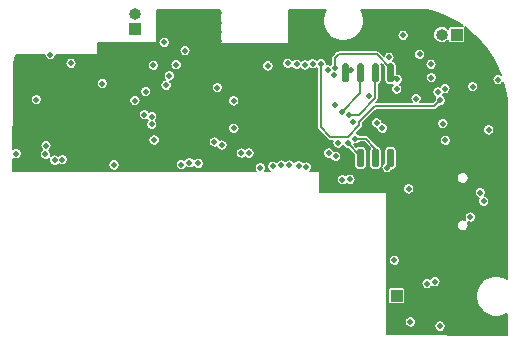
<source format=gbr>
%TF.GenerationSoftware,KiCad,Pcbnew,(5.1.10-1-10_14)*%
%TF.CreationDate,2021-09-22T20:59:13+02:00*%
%TF.ProjectId,Leo_muziekdoos,4c656f5f-6d75-47a6-9965-6b646f6f732e,rev?*%
%TF.SameCoordinates,Original*%
%TF.FileFunction,Copper,L4,Bot*%
%TF.FilePolarity,Positive*%
%FSLAX46Y46*%
G04 Gerber Fmt 4.6, Leading zero omitted, Abs format (unit mm)*
G04 Created by KiCad (PCBNEW (5.1.10-1-10_14)) date 2021-09-22 20:59:13*
%MOMM*%
%LPD*%
G01*
G04 APERTURE LIST*
%TA.AperFunction,ComponentPad*%
%ADD10O,1.000000X1.000000*%
%TD*%
%TA.AperFunction,ComponentPad*%
%ADD11R,1.000000X1.000000*%
%TD*%
%TA.AperFunction,ComponentPad*%
%ADD12R,1.800000X2.000000*%
%TD*%
%TA.AperFunction,ComponentPad*%
%ADD13O,2.150000X1.300000*%
%TD*%
%TA.AperFunction,ComponentPad*%
%ADD14C,0.600000*%
%TD*%
%TA.AperFunction,SMDPad,CuDef*%
%ADD15R,2.500000X2.500000*%
%TD*%
%TA.AperFunction,ComponentPad*%
%ADD16C,0.500000*%
%TD*%
%TA.AperFunction,ViaPad*%
%ADD17C,0.500000*%
%TD*%
%TA.AperFunction,Conductor*%
%ADD18C,0.203200*%
%TD*%
%TA.AperFunction,Conductor*%
%ADD19C,0.152400*%
%TD*%
%TA.AperFunction,Conductor*%
%ADD20C,0.254000*%
%TD*%
%TA.AperFunction,Conductor*%
%ADD21C,0.100000*%
%TD*%
G04 APERTURE END LIST*
D10*
%TO.P,J3,2*%
%TO.N,/I2S_DAC_AMP/SPK_OUT-*%
X77762100Y-66548000D03*
D11*
%TO.P,J3,1*%
%TO.N,/I2S_DAC_AMP/SPKOUT+*%
X79032100Y-66548000D03*
%TD*%
D10*
%TO.P,J1,2*%
%TO.N,GND*%
X73952100Y-89928700D03*
D11*
%TO.P,J1,1*%
%TO.N,+BATT*%
X73952100Y-88658700D03*
%TD*%
D10*
%TO.P,J4,2*%
%TO.N,Net-(C23-Pad2)*%
X51816000Y-64820800D03*
D11*
%TO.P,J4,1*%
%TO.N,Net-(C20-Pad2)*%
X51816000Y-66090800D03*
%TD*%
D12*
%TO.P,J2,SH*%
%TO.N,GND*%
X78539100Y-84495800D03*
D13*
X81699100Y-84295800D03*
D12*
X78539100Y-76895800D03*
D13*
X81699100Y-77095800D03*
%TD*%
%TO.P,U6,8*%
%TO.N,/CPU/VDD_SDIO*%
%TA.AperFunction,SMDPad,CuDef*%
G36*
G01*
X73581400Y-70593300D02*
X73281400Y-70593300D01*
G75*
G02*
X73131400Y-70443300I0J150000D01*
G01*
X73131400Y-69143300D01*
G75*
G02*
X73281400Y-68993300I150000J0D01*
G01*
X73581400Y-68993300D01*
G75*
G02*
X73731400Y-69143300I0J-150000D01*
G01*
X73731400Y-70443300D01*
G75*
G02*
X73581400Y-70593300I-150000J0D01*
G01*
G37*
%TD.AperFunction*%
%TO.P,U6,7*%
%TO.N,/CPU/ESP_CMD*%
%TA.AperFunction,SMDPad,CuDef*%
G36*
G01*
X72311400Y-70593300D02*
X72011400Y-70593300D01*
G75*
G02*
X71861400Y-70443300I0J150000D01*
G01*
X71861400Y-69143300D01*
G75*
G02*
X72011400Y-68993300I150000J0D01*
G01*
X72311400Y-68993300D01*
G75*
G02*
X72461400Y-69143300I0J-150000D01*
G01*
X72461400Y-70443300D01*
G75*
G02*
X72311400Y-70593300I-150000J0D01*
G01*
G37*
%TD.AperFunction*%
%TO.P,U6,6*%
%TO.N,/CPU/ESP_CLK*%
%TA.AperFunction,SMDPad,CuDef*%
G36*
G01*
X71041400Y-70593300D02*
X70741400Y-70593300D01*
G75*
G02*
X70591400Y-70443300I0J150000D01*
G01*
X70591400Y-69143300D01*
G75*
G02*
X70741400Y-68993300I150000J0D01*
G01*
X71041400Y-68993300D01*
G75*
G02*
X71191400Y-69143300I0J-150000D01*
G01*
X71191400Y-70443300D01*
G75*
G02*
X71041400Y-70593300I-150000J0D01*
G01*
G37*
%TD.AperFunction*%
%TO.P,U6,5*%
%TO.N,/CPU/ESP_SD1*%
%TA.AperFunction,SMDPad,CuDef*%
G36*
G01*
X69771400Y-70593300D02*
X69471400Y-70593300D01*
G75*
G02*
X69321400Y-70443300I0J150000D01*
G01*
X69321400Y-69143300D01*
G75*
G02*
X69471400Y-68993300I150000J0D01*
G01*
X69771400Y-68993300D01*
G75*
G02*
X69921400Y-69143300I0J-150000D01*
G01*
X69921400Y-70443300D01*
G75*
G02*
X69771400Y-70593300I-150000J0D01*
G01*
G37*
%TD.AperFunction*%
%TO.P,U6,4*%
%TO.N,GND*%
%TA.AperFunction,SMDPad,CuDef*%
G36*
G01*
X69771400Y-77793300D02*
X69471400Y-77793300D01*
G75*
G02*
X69321400Y-77643300I0J150000D01*
G01*
X69321400Y-76343300D01*
G75*
G02*
X69471400Y-76193300I150000J0D01*
G01*
X69771400Y-76193300D01*
G75*
G02*
X69921400Y-76343300I0J-150000D01*
G01*
X69921400Y-77643300D01*
G75*
G02*
X69771400Y-77793300I-150000J0D01*
G01*
G37*
%TD.AperFunction*%
%TO.P,U6,3*%
%TO.N,/CPU/ESP_SD0*%
%TA.AperFunction,SMDPad,CuDef*%
G36*
G01*
X71041400Y-77793300D02*
X70741400Y-77793300D01*
G75*
G02*
X70591400Y-77643300I0J150000D01*
G01*
X70591400Y-76343300D01*
G75*
G02*
X70741400Y-76193300I150000J0D01*
G01*
X71041400Y-76193300D01*
G75*
G02*
X71191400Y-76343300I0J-150000D01*
G01*
X71191400Y-77643300D01*
G75*
G02*
X71041400Y-77793300I-150000J0D01*
G01*
G37*
%TD.AperFunction*%
%TO.P,U6,2*%
%TO.N,/CPU/ESP_GPIO17*%
%TA.AperFunction,SMDPad,CuDef*%
G36*
G01*
X72311400Y-77793300D02*
X72011400Y-77793300D01*
G75*
G02*
X71861400Y-77643300I0J150000D01*
G01*
X71861400Y-76343300D01*
G75*
G02*
X72011400Y-76193300I150000J0D01*
G01*
X72311400Y-76193300D01*
G75*
G02*
X72461400Y-76343300I0J-150000D01*
G01*
X72461400Y-77643300D01*
G75*
G02*
X72311400Y-77793300I-150000J0D01*
G01*
G37*
%TD.AperFunction*%
%TO.P,U6,1*%
%TO.N,/CPU/SPIFLASH_CS*%
%TA.AperFunction,SMDPad,CuDef*%
G36*
G01*
X73581400Y-77793300D02*
X73281400Y-77793300D01*
G75*
G02*
X73131400Y-77643300I0J150000D01*
G01*
X73131400Y-76343300D01*
G75*
G02*
X73281400Y-76193300I150000J0D01*
G01*
X73581400Y-76193300D01*
G75*
G02*
X73731400Y-76343300I0J-150000D01*
G01*
X73731400Y-77643300D01*
G75*
G02*
X73581400Y-77793300I-150000J0D01*
G01*
G37*
%TD.AperFunction*%
%TD*%
%TO.P,U5,17*%
%TO.N,GND*%
%TA.AperFunction,SMDPad,CuDef*%
G36*
G01*
X79708300Y-70344400D02*
X78508300Y-70344400D01*
G75*
G02*
X78258300Y-70094400I0J250000D01*
G01*
X78258300Y-68894400D01*
G75*
G02*
X78508300Y-68644400I250000J0D01*
G01*
X79708300Y-68644400D01*
G75*
G02*
X79958300Y-68894400I0J-250000D01*
G01*
X79958300Y-70094400D01*
G75*
G02*
X79708300Y-70344400I-250000J0D01*
G01*
G37*
%TD.AperFunction*%
D14*
X79658300Y-68944400D03*
X79658300Y-69494400D03*
X79658300Y-70044400D03*
X79108300Y-68944400D03*
X79108300Y-69494400D03*
X79108300Y-70044400D03*
X78558300Y-68944400D03*
X78558300Y-69494400D03*
X78558300Y-70044400D03*
%TD*%
D15*
%TO.P,U3,33*%
%TO.N,GND*%
X46736000Y-73850500D03*
D16*
X45736000Y-74850500D03*
X45736000Y-73850500D03*
X45736000Y-72850500D03*
X46736000Y-74850500D03*
X46736000Y-73850500D03*
X46736000Y-72850500D03*
X47736000Y-74850500D03*
X47736000Y-73850500D03*
X47736000Y-72850500D03*
%TD*%
D17*
%TO.N,GND*%
X57150000Y-66294000D03*
X57150000Y-65532000D03*
X62484000Y-75565000D03*
X66141600Y-72313800D03*
X66878200Y-71628000D03*
X55626000Y-72263000D03*
X55626000Y-73279000D03*
X57277000Y-75234800D03*
X58115200Y-74472800D03*
X57912000Y-75082400D03*
X54991000Y-75158600D03*
X55448200Y-74625200D03*
X55981600Y-72771000D03*
X55245000Y-72796400D03*
X66141600Y-71653400D03*
X66395600Y-75488800D03*
X63347600Y-75006200D03*
X65024000Y-75488800D03*
X67132200Y-74980800D03*
X65405000Y-72339200D03*
X75831700Y-89293700D03*
X76492100Y-89293700D03*
X50035400Y-68506280D03*
X42696250Y-76543750D03*
X44932600Y-70535800D03*
X41859200Y-70612000D03*
X75831700Y-90233500D03*
X76492100Y-90233500D03*
X77419200Y-67881500D03*
X77114400Y-64922400D03*
X81800700Y-73494900D03*
X41960800Y-68427600D03*
X58928000Y-64750000D03*
X58928000Y-65532000D03*
X58928000Y-66294000D03*
X58928000Y-67056000D03*
X59944000Y-67564000D03*
X60706000Y-67564000D03*
X62484000Y-67564000D03*
X63246000Y-67564000D03*
X64008000Y-67564000D03*
X65250000Y-67056000D03*
X65250000Y-66294000D03*
X65250000Y-65532000D03*
X65250000Y-64750000D03*
X81521300Y-68040000D03*
X50340000Y-72610000D03*
X77510000Y-83060000D03*
X78250000Y-83060000D03*
X50859029Y-75001390D03*
X66903600Y-70942200D03*
X52776903Y-77552202D03*
X59182000Y-67564000D03*
X60172600Y-76174600D03*
X62660000Y-71020000D03*
X60510000Y-69200000D03*
X60520000Y-69780000D03*
X59260000Y-69190000D03*
X58311390Y-70070000D03*
X59270000Y-69800000D03*
X59460000Y-70360000D03*
X61040000Y-69500000D03*
X62484000Y-74980800D03*
X74440000Y-84460000D03*
X75470000Y-84470000D03*
X74410000Y-85180000D03*
X75480000Y-85180000D03*
X74940000Y-84800000D03*
X77004141Y-80614141D03*
X77010000Y-81200000D03*
X73620000Y-74340000D03*
X71390000Y-74140000D03*
X77500000Y-73528600D03*
X75184000Y-86207600D03*
X74422000Y-86614000D03*
X73761600Y-86588600D03*
X79502000Y-89382600D03*
X79502000Y-89916000D03*
X83058000Y-91440000D03*
X79502000Y-91440000D03*
X79502000Y-86614000D03*
X81534000Y-82296000D03*
X81534000Y-86360000D03*
X81534000Y-78740000D03*
X75692000Y-76962000D03*
X81280000Y-91440000D03*
X80518000Y-90424000D03*
X80010000Y-88138000D03*
X83058000Y-86106000D03*
X82887200Y-80688800D03*
X83058000Y-75946000D03*
X64566800Y-72974200D03*
X62407800Y-72186800D03*
X65405000Y-72974200D03*
X58166000Y-64770000D03*
X57150000Y-64770000D03*
X57150000Y-67056000D03*
X57150000Y-68834000D03*
X66294000Y-64770000D03*
X66294000Y-65532000D03*
X66294000Y-66294000D03*
X66294000Y-67056000D03*
X64770000Y-67564000D03*
X67310000Y-64770000D03*
X67310000Y-65532000D03*
X67310000Y-66294000D03*
X67310000Y-67056000D03*
%TO.N,VBUS*%
X81737200Y-74612500D03*
X80183200Y-81995800D03*
X62409705Y-77831134D03*
X77194635Y-87463581D03*
X77870000Y-74100000D03*
X58515000Y-75645000D03*
%TO.N,/CPU/ADC1_IN2*%
X60791485Y-76570365D03*
X71592779Y-71782646D03*
%TO.N,+BATT*%
X72754626Y-74467121D03*
X75890000Y-68210000D03*
X73305904Y-68470954D03*
X77620000Y-91230000D03*
%TO.N,/Power/PSU_BTN_RAW*%
X54270000Y-67200000D03*
X74500000Y-66600000D03*
%TO.N,+3V3*%
X49046461Y-70687585D03*
X43449240Y-72044560D03*
X82540758Y-70374087D03*
X41740000Y-76640000D03*
X51793198Y-72138598D03*
X55710000Y-77570000D03*
X54433242Y-70826758D03*
X63050000Y-69200000D03*
X58783713Y-71040570D03*
X77640000Y-72100000D03*
X64860000Y-77590000D03*
X67550000Y-69023290D03*
X50019998Y-77580000D03*
%TO.N,Net-(C17-Pad2)*%
X44640500Y-68237100D03*
X46380400Y-68986400D03*
%TO.N,/CPU/MEAS_EN*%
X72274683Y-74025198D03*
%TO.N,/CPU/PW_HOLD*%
X75600000Y-71960000D03*
X68217050Y-76582751D03*
%TO.N,/Power/PSU_EN_BUF*%
X73760000Y-85671400D03*
X73950000Y-71160000D03*
%TO.N,/I2S_DAC_AMP/I2S_SD_MODE*%
X80391000Y-70942202D03*
X63467755Y-77705232D03*
%TO.N,/CPU/NFC_MISO*%
X44268334Y-75954000D03*
X66842325Y-69023290D03*
%TO.N,/CPU/DAC_BCLK*%
X64740000Y-68990000D03*
X76890000Y-70190000D03*
%TO.N,/CPU/DAC_LRCK*%
X76860000Y-69070000D03*
X77459818Y-71402279D03*
X65657608Y-77653000D03*
%TO.N,/CPU/NFC_SPI_MOSI*%
X45011340Y-77173663D03*
X68105692Y-69533808D03*
%TO.N,/CPU/NFC_SPI_SCK*%
X45662809Y-77138779D03*
X68620928Y-70008736D03*
%TO.N,/CPU/NFC_SPI_CS*%
X61457936Y-76580772D03*
X44222035Y-76684345D03*
%TO.N,/CPU/DAC_DATA*%
X64200000Y-77590000D03*
X78052318Y-71129175D03*
%TO.N,/CPU/HALL_OUT*%
X52720000Y-71390000D03*
%TO.N,/CPU/VDD_SDIO*%
X68731532Y-69349549D03*
X68996096Y-75714686D03*
X74002789Y-70341462D03*
%TO.N,/CPU/ESP_RST*%
X56032400Y-67918610D03*
%TO.N,/CPU/ESP_GPIO0*%
X54699998Y-70040000D03*
X70283429Y-73976571D03*
X69353637Y-78828757D03*
X59155380Y-75897808D03*
%TO.N,/CPU/ESP_GPIO15*%
X70005123Y-78794020D03*
X66302028Y-77754806D03*
%TO.N,/CPU/ESP_SD1*%
X70050867Y-69582083D03*
%TO.N,/CPU/ESP_SD0*%
X68765992Y-72549867D03*
X69827270Y-75761390D03*
%TO.N,/CPU/ESP_CLK*%
X69342551Y-73065693D03*
%TO.N,/CPU/ESP_CMD*%
X69938872Y-73330349D03*
%TO.N,/CPU/ESP_GPIO17*%
X70448610Y-75359002D03*
%TO.N,/CPU/SPIFLASH_CS*%
X73140258Y-77826367D03*
X68806936Y-76861454D03*
%TO.N,/programmer/CP_DTR*%
X53350000Y-69140000D03*
X53420000Y-75475390D03*
%TO.N,/programmer/CP_RTS*%
X52581895Y-73337178D03*
X55282128Y-69107665D03*
%TO.N,/CPU/ESP_TX*%
X53219064Y-73482011D03*
X65485065Y-69051107D03*
%TO.N,/CPU/ESP_RX*%
X66190000Y-69120000D03*
%TO.N,+3V3*%
X74960000Y-79610000D03*
%TO.N,/CPU/HALL_OUT*%
X60159419Y-72159410D03*
%TO.N,/CPU/ESP_RST*%
X60172600Y-74468854D03*
%TO.N,/CPU/ESP_RX*%
X53203514Y-74142420D03*
%TO.N,/Power/MCP_STAT*%
X75114151Y-90874851D03*
X78090000Y-75493388D03*
X76525541Y-87637788D03*
%TO.N,/Power/USB_D-*%
X57150000Y-77444600D03*
X81330800Y-80645000D03*
%TO.N,/Power/USB_D+*%
X81026000Y-79933800D03*
X56413400Y-77393800D03*
%TD*%
D18*
%TO.N,GND*%
X81823800Y-76733400D02*
X78663800Y-76733400D01*
X78551800Y-83940200D02*
X78867000Y-84255400D01*
X44932600Y-70535800D02*
X41935400Y-70535800D01*
X41935400Y-70535800D02*
X41859200Y-70612000D01*
X76864401Y-65172399D02*
X76864401Y-67326701D01*
X76864401Y-67326701D02*
X77419200Y-67881500D01*
X77114400Y-64922400D02*
X76864401Y-65172399D01*
X41859200Y-70612000D02*
X41859200Y-68529200D01*
X41859200Y-68529200D02*
X41960800Y-68427600D01*
D19*
X79108300Y-70044400D02*
X79108300Y-71008300D01*
X79108300Y-69494400D02*
X79094400Y-69494400D01*
X77481500Y-67881500D02*
X77419200Y-67881500D01*
X79094400Y-69494400D02*
X77481500Y-67881500D01*
D18*
X50035400Y-68506280D02*
X50035400Y-72305400D01*
X50035400Y-72305400D02*
X50340000Y-72610000D01*
X50340000Y-72610000D02*
X50859029Y-73129029D01*
X50859029Y-73129029D02*
X50859029Y-75001390D01*
D20*
%TO.N,+3V3*%
X43449240Y-72044560D02*
X43444680Y-72040000D01*
D18*
X77130000Y-72610000D02*
X72105922Y-72610000D01*
X70787430Y-73928492D02*
X70787430Y-74218492D01*
X67550000Y-74410000D02*
X67550000Y-69023290D01*
X70787430Y-74218492D02*
X69795922Y-75210000D01*
X68350000Y-75210000D02*
X67550000Y-74410000D01*
X72105922Y-72610000D02*
X70787430Y-73928492D01*
X77640000Y-72100000D02*
X77130000Y-72610000D01*
X69795922Y-75210000D02*
X68350000Y-75210000D01*
D19*
%TO.N,/CPU/NFC_SPI_CS*%
X44222035Y-76684351D02*
X44222035Y-76684345D01*
X44211330Y-76695056D02*
X44222035Y-76684351D01*
%TO.N,/CPU/VDD_SDIO*%
X72270382Y-68180382D02*
X73431400Y-69341400D01*
X73431400Y-69341400D02*
X73431400Y-69793300D01*
X69069618Y-68180382D02*
X72270382Y-68180382D01*
X68731532Y-68518468D02*
X69069618Y-68180382D01*
X68731532Y-69349549D02*
X68731532Y-68518468D01*
X73431400Y-69793300D02*
X73979562Y-70341462D01*
X73979562Y-70341462D02*
X74002789Y-70341462D01*
%TO.N,/CPU/ESP_SD1*%
X69621400Y-69793300D02*
X69839650Y-69793300D01*
X69839650Y-69793300D02*
X70050867Y-69582083D01*
%TO.N,/CPU/ESP_SD0*%
X70891400Y-76993300D02*
X70891400Y-76708000D01*
X70891400Y-76993300D02*
X70891400Y-76825520D01*
X70891400Y-76825520D02*
X69827270Y-75761390D01*
%TO.N,/CPU/ESP_CLK*%
X70891400Y-69793300D02*
X70891400Y-71516844D01*
X70891400Y-71516844D02*
X69342551Y-73065693D01*
%TO.N,/CPU/ESP_CMD*%
X72161400Y-71922355D02*
X70753406Y-73330349D01*
X72161400Y-69793300D02*
X72161400Y-71922355D01*
X70753406Y-73330349D02*
X69938872Y-73330349D01*
%TO.N,/CPU/ESP_GPIO17*%
X72161400Y-76993300D02*
X72161400Y-76193300D01*
X72161400Y-76193300D02*
X71327102Y-75359002D01*
X71327102Y-75359002D02*
X70448610Y-75359002D01*
%TO.N,/CPU/SPIFLASH_CS*%
X73431400Y-77535225D02*
X73140258Y-77826367D01*
X73431400Y-76993300D02*
X73431400Y-77535225D01*
%TD*%
%TO.N,GND*%
X67977678Y-64462089D02*
X67918135Y-64551201D01*
X67787829Y-64865786D01*
X67721400Y-65199748D01*
X67721400Y-65540252D01*
X67787829Y-65874214D01*
X67918135Y-66188799D01*
X68107309Y-66471918D01*
X68348082Y-66712691D01*
X68631201Y-66901865D01*
X68945786Y-67032171D01*
X69279748Y-67098600D01*
X69620252Y-67098600D01*
X69954214Y-67032171D01*
X70268799Y-66901865D01*
X70551918Y-66712691D01*
X70711747Y-66552862D01*
X74021400Y-66552862D01*
X74021400Y-66647138D01*
X74039792Y-66739603D01*
X74075870Y-66826702D01*
X74128247Y-66905090D01*
X74194910Y-66971753D01*
X74273298Y-67024130D01*
X74360397Y-67060208D01*
X74452862Y-67078600D01*
X74547138Y-67078600D01*
X74639603Y-67060208D01*
X74726702Y-67024130D01*
X74805090Y-66971753D01*
X74871753Y-66905090D01*
X74924130Y-66826702D01*
X74960208Y-66739603D01*
X74978600Y-66647138D01*
X74978600Y-66552862D01*
X74960208Y-66460397D01*
X74924130Y-66373298D01*
X74871753Y-66294910D01*
X74805090Y-66228247D01*
X74726702Y-66175870D01*
X74639603Y-66139792D01*
X74547138Y-66121400D01*
X74452862Y-66121400D01*
X74360397Y-66139792D01*
X74273298Y-66175870D01*
X74194910Y-66228247D01*
X74128247Y-66294910D01*
X74075870Y-66373298D01*
X74039792Y-66460397D01*
X74021400Y-66552862D01*
X70711747Y-66552862D01*
X70792691Y-66471918D01*
X70981865Y-66188799D01*
X71112171Y-65874214D01*
X71178600Y-65540252D01*
X71178600Y-65199748D01*
X71112171Y-64865786D01*
X70981865Y-64551201D01*
X70925973Y-64467552D01*
X76382283Y-64477664D01*
X76942758Y-64590676D01*
X78029421Y-64964845D01*
X79057050Y-65479442D01*
X79559649Y-65821008D01*
X79532100Y-65818294D01*
X78532100Y-65818294D01*
X78487287Y-65822708D01*
X78444195Y-65835779D01*
X78404482Y-65857006D01*
X78369673Y-65885573D01*
X78341106Y-65920382D01*
X78319879Y-65960095D01*
X78306808Y-66003187D01*
X78302394Y-66048000D01*
X78302394Y-66057899D01*
X78226555Y-65982060D01*
X78107221Y-65902323D01*
X77974625Y-65847400D01*
X77833861Y-65819400D01*
X77690339Y-65819400D01*
X77549575Y-65847400D01*
X77416979Y-65902323D01*
X77297645Y-65982060D01*
X77196160Y-66083545D01*
X77116423Y-66202879D01*
X77061500Y-66335475D01*
X77033500Y-66476239D01*
X77033500Y-66619761D01*
X77061500Y-66760525D01*
X77116423Y-66893121D01*
X77196160Y-67012455D01*
X77297645Y-67113940D01*
X77416979Y-67193677D01*
X77549575Y-67248600D01*
X77690339Y-67276600D01*
X77833861Y-67276600D01*
X77974625Y-67248600D01*
X78107221Y-67193677D01*
X78226555Y-67113940D01*
X78302394Y-67038101D01*
X78302394Y-67048000D01*
X78306808Y-67092813D01*
X78319879Y-67135905D01*
X78341106Y-67175618D01*
X78369673Y-67210427D01*
X78404482Y-67238994D01*
X78444195Y-67260221D01*
X78487287Y-67273292D01*
X78532100Y-67277706D01*
X79532100Y-67277706D01*
X79576913Y-67273292D01*
X79620005Y-67260221D01*
X79659718Y-67238994D01*
X79694527Y-67210427D01*
X79723094Y-67175618D01*
X79744321Y-67135905D01*
X79757392Y-67092813D01*
X79761806Y-67048000D01*
X79761806Y-66048000D01*
X79757392Y-66003187D01*
X79744321Y-65960095D01*
X79732918Y-65938761D01*
X80007599Y-66125434D01*
X80864359Y-66891466D01*
X81612279Y-67764080D01*
X82238222Y-68727945D01*
X82731187Y-69766128D01*
X82796421Y-69969308D01*
X82767460Y-69949957D01*
X82680361Y-69913879D01*
X82587896Y-69895487D01*
X82493620Y-69895487D01*
X82401155Y-69913879D01*
X82314056Y-69949957D01*
X82235668Y-70002334D01*
X82169005Y-70068997D01*
X82116628Y-70147385D01*
X82080550Y-70234484D01*
X82062158Y-70326949D01*
X82062158Y-70421225D01*
X82080550Y-70513690D01*
X82116628Y-70600789D01*
X82169005Y-70679177D01*
X82235668Y-70745840D01*
X82314056Y-70798217D01*
X82401155Y-70834295D01*
X82493620Y-70852687D01*
X82587896Y-70852687D01*
X82680361Y-70834295D01*
X82767460Y-70798217D01*
X82845848Y-70745840D01*
X82912511Y-70679177D01*
X82964888Y-70600789D01*
X82984199Y-70554168D01*
X83082518Y-70860395D01*
X83286343Y-71993208D01*
X83286600Y-71997805D01*
X83286600Y-87211842D01*
X83216399Y-87164935D01*
X82901814Y-87034629D01*
X82567852Y-86968200D01*
X82227348Y-86968200D01*
X81893386Y-87034629D01*
X81578801Y-87164935D01*
X81295682Y-87354109D01*
X81054909Y-87594882D01*
X80865735Y-87878001D01*
X80735429Y-88192586D01*
X80669000Y-88526548D01*
X80669000Y-88867052D01*
X80735429Y-89201014D01*
X80865735Y-89515599D01*
X81054909Y-89798718D01*
X81295682Y-90039491D01*
X81578801Y-90228665D01*
X81893386Y-90358971D01*
X82227348Y-90425400D01*
X82567852Y-90425400D01*
X82901814Y-90358971D01*
X83216399Y-90228665D01*
X83286600Y-90181758D01*
X83286600Y-91973022D01*
X73177400Y-91922976D01*
X73177400Y-90827713D01*
X74635551Y-90827713D01*
X74635551Y-90921989D01*
X74653943Y-91014454D01*
X74690021Y-91101553D01*
X74742398Y-91179941D01*
X74809061Y-91246604D01*
X74887449Y-91298981D01*
X74974548Y-91335059D01*
X75067013Y-91353451D01*
X75161289Y-91353451D01*
X75253754Y-91335059D01*
X75340853Y-91298981D01*
X75419241Y-91246604D01*
X75482983Y-91182862D01*
X77141400Y-91182862D01*
X77141400Y-91277138D01*
X77159792Y-91369603D01*
X77195870Y-91456702D01*
X77248247Y-91535090D01*
X77314910Y-91601753D01*
X77393298Y-91654130D01*
X77480397Y-91690208D01*
X77572862Y-91708600D01*
X77667138Y-91708600D01*
X77759603Y-91690208D01*
X77846702Y-91654130D01*
X77925090Y-91601753D01*
X77991753Y-91535090D01*
X78044130Y-91456702D01*
X78080208Y-91369603D01*
X78098600Y-91277138D01*
X78098600Y-91182862D01*
X78080208Y-91090397D01*
X78044130Y-91003298D01*
X77991753Y-90924910D01*
X77925090Y-90858247D01*
X77846702Y-90805870D01*
X77759603Y-90769792D01*
X77667138Y-90751400D01*
X77572862Y-90751400D01*
X77480397Y-90769792D01*
X77393298Y-90805870D01*
X77314910Y-90858247D01*
X77248247Y-90924910D01*
X77195870Y-91003298D01*
X77159792Y-91090397D01*
X77141400Y-91182862D01*
X75482983Y-91182862D01*
X75485904Y-91179941D01*
X75538281Y-91101553D01*
X75574359Y-91014454D01*
X75592751Y-90921989D01*
X75592751Y-90827713D01*
X75574359Y-90735248D01*
X75538281Y-90648149D01*
X75485904Y-90569761D01*
X75419241Y-90503098D01*
X75340853Y-90450721D01*
X75253754Y-90414643D01*
X75161289Y-90396251D01*
X75067013Y-90396251D01*
X74974548Y-90414643D01*
X74887449Y-90450721D01*
X74809061Y-90503098D01*
X74742398Y-90569761D01*
X74690021Y-90648149D01*
X74653943Y-90735248D01*
X74635551Y-90827713D01*
X73177400Y-90827713D01*
X73177400Y-88158700D01*
X73222394Y-88158700D01*
X73222394Y-89158700D01*
X73226808Y-89203513D01*
X73239879Y-89246605D01*
X73261106Y-89286318D01*
X73289673Y-89321127D01*
X73324482Y-89349694D01*
X73364195Y-89370921D01*
X73407287Y-89383992D01*
X73452100Y-89388406D01*
X74452100Y-89388406D01*
X74496913Y-89383992D01*
X74540005Y-89370921D01*
X74579718Y-89349694D01*
X74614527Y-89321127D01*
X74643094Y-89286318D01*
X74664321Y-89246605D01*
X74677392Y-89203513D01*
X74681806Y-89158700D01*
X74681806Y-88158700D01*
X74677392Y-88113887D01*
X74664321Y-88070795D01*
X74643094Y-88031082D01*
X74614527Y-87996273D01*
X74579718Y-87967706D01*
X74540005Y-87946479D01*
X74496913Y-87933408D01*
X74452100Y-87928994D01*
X73452100Y-87928994D01*
X73407287Y-87933408D01*
X73364195Y-87946479D01*
X73324482Y-87967706D01*
X73289673Y-87996273D01*
X73261106Y-88031082D01*
X73239879Y-88070795D01*
X73226808Y-88113887D01*
X73222394Y-88158700D01*
X73177400Y-88158700D01*
X73177400Y-87590650D01*
X76046941Y-87590650D01*
X76046941Y-87684926D01*
X76065333Y-87777391D01*
X76101411Y-87864490D01*
X76153788Y-87942878D01*
X76220451Y-88009541D01*
X76298839Y-88061918D01*
X76385938Y-88097996D01*
X76478403Y-88116388D01*
X76572679Y-88116388D01*
X76665144Y-88097996D01*
X76752243Y-88061918D01*
X76830631Y-88009541D01*
X76897294Y-87942878D01*
X76944581Y-87872108D01*
X76967933Y-87887711D01*
X77055032Y-87923789D01*
X77147497Y-87942181D01*
X77241773Y-87942181D01*
X77334238Y-87923789D01*
X77421337Y-87887711D01*
X77499725Y-87835334D01*
X77566388Y-87768671D01*
X77618765Y-87690283D01*
X77654843Y-87603184D01*
X77673235Y-87510719D01*
X77673235Y-87416443D01*
X77654843Y-87323978D01*
X77618765Y-87236879D01*
X77566388Y-87158491D01*
X77499725Y-87091828D01*
X77421337Y-87039451D01*
X77334238Y-87003373D01*
X77241773Y-86984981D01*
X77147497Y-86984981D01*
X77055032Y-87003373D01*
X76967933Y-87039451D01*
X76889545Y-87091828D01*
X76822882Y-87158491D01*
X76775595Y-87229261D01*
X76752243Y-87213658D01*
X76665144Y-87177580D01*
X76572679Y-87159188D01*
X76478403Y-87159188D01*
X76385938Y-87177580D01*
X76298839Y-87213658D01*
X76220451Y-87266035D01*
X76153788Y-87332698D01*
X76101411Y-87411086D01*
X76065333Y-87498185D01*
X76046941Y-87590650D01*
X73177400Y-87590650D01*
X73177400Y-85624262D01*
X73281400Y-85624262D01*
X73281400Y-85718538D01*
X73299792Y-85811003D01*
X73335870Y-85898102D01*
X73388247Y-85976490D01*
X73454910Y-86043153D01*
X73533298Y-86095530D01*
X73620397Y-86131608D01*
X73712862Y-86150000D01*
X73807138Y-86150000D01*
X73899603Y-86131608D01*
X73986702Y-86095530D01*
X74065090Y-86043153D01*
X74131753Y-85976490D01*
X74184130Y-85898102D01*
X74220208Y-85811003D01*
X74238600Y-85718538D01*
X74238600Y-85624262D01*
X74220208Y-85531797D01*
X74184130Y-85444698D01*
X74131753Y-85366310D01*
X74065090Y-85299647D01*
X73986702Y-85247270D01*
X73899603Y-85211192D01*
X73807138Y-85192800D01*
X73712862Y-85192800D01*
X73620397Y-85211192D01*
X73533298Y-85247270D01*
X73454910Y-85299647D01*
X73388247Y-85366310D01*
X73335870Y-85444698D01*
X73299792Y-85531797D01*
X73281400Y-85624262D01*
X73177400Y-85624262D01*
X73177400Y-82646200D01*
X79045500Y-82646200D01*
X79045500Y-82745400D01*
X79064853Y-82842695D01*
X79102815Y-82934344D01*
X79157928Y-83016826D01*
X79228074Y-83086972D01*
X79310556Y-83142085D01*
X79402205Y-83180047D01*
X79499500Y-83199400D01*
X79598700Y-83199400D01*
X79695995Y-83180047D01*
X79787644Y-83142085D01*
X79870126Y-83086972D01*
X79940272Y-83016826D01*
X79995385Y-82934344D01*
X80033347Y-82842695D01*
X80052700Y-82745400D01*
X80052700Y-82646200D01*
X80033347Y-82548905D01*
X79995385Y-82457256D01*
X79975782Y-82427918D01*
X80043597Y-82456008D01*
X80136062Y-82474400D01*
X80230338Y-82474400D01*
X80322803Y-82456008D01*
X80409902Y-82419930D01*
X80488290Y-82367553D01*
X80554953Y-82300890D01*
X80607330Y-82222502D01*
X80643408Y-82135403D01*
X80661800Y-82042938D01*
X80661800Y-81948662D01*
X80643408Y-81856197D01*
X80607330Y-81769098D01*
X80554953Y-81690710D01*
X80488290Y-81624047D01*
X80409902Y-81571670D01*
X80322803Y-81535592D01*
X80230338Y-81517200D01*
X80136062Y-81517200D01*
X80043597Y-81535592D01*
X79956498Y-81571670D01*
X79878110Y-81624047D01*
X79811447Y-81690710D01*
X79759070Y-81769098D01*
X79722992Y-81856197D01*
X79704600Y-81948662D01*
X79704600Y-82042938D01*
X79722992Y-82135403D01*
X79759070Y-82222502D01*
X79773092Y-82243487D01*
X79695995Y-82211553D01*
X79598700Y-82192200D01*
X79499500Y-82192200D01*
X79402205Y-82211553D01*
X79310556Y-82249515D01*
X79228074Y-82304628D01*
X79157928Y-82374774D01*
X79102815Y-82457256D01*
X79064853Y-82548905D01*
X79045500Y-82646200D01*
X73177400Y-82646200D01*
X73177400Y-79908400D01*
X73175936Y-79893534D01*
X73171600Y-79879240D01*
X73164558Y-79866066D01*
X73155082Y-79854518D01*
X73143534Y-79845042D01*
X73130360Y-79838000D01*
X73116066Y-79833664D01*
X73101200Y-79832200D01*
X67437000Y-79832200D01*
X67437000Y-79562862D01*
X74481400Y-79562862D01*
X74481400Y-79657138D01*
X74499792Y-79749603D01*
X74535870Y-79836702D01*
X74588247Y-79915090D01*
X74654910Y-79981753D01*
X74733298Y-80034130D01*
X74820397Y-80070208D01*
X74912862Y-80088600D01*
X75007138Y-80088600D01*
X75099603Y-80070208D01*
X75186702Y-80034130D01*
X75265090Y-79981753D01*
X75331753Y-79915090D01*
X75350747Y-79886662D01*
X80547400Y-79886662D01*
X80547400Y-79980938D01*
X80565792Y-80073403D01*
X80601870Y-80160502D01*
X80654247Y-80238890D01*
X80720910Y-80305553D01*
X80799298Y-80357930D01*
X80886397Y-80394008D01*
X80918618Y-80400417D01*
X80906670Y-80418298D01*
X80870592Y-80505397D01*
X80852200Y-80597862D01*
X80852200Y-80692138D01*
X80870592Y-80784603D01*
X80906670Y-80871702D01*
X80959047Y-80950090D01*
X81025710Y-81016753D01*
X81104098Y-81069130D01*
X81191197Y-81105208D01*
X81283662Y-81123600D01*
X81377938Y-81123600D01*
X81470403Y-81105208D01*
X81557502Y-81069130D01*
X81635890Y-81016753D01*
X81702553Y-80950090D01*
X81754930Y-80871702D01*
X81791008Y-80784603D01*
X81809400Y-80692138D01*
X81809400Y-80597862D01*
X81791008Y-80505397D01*
X81754930Y-80418298D01*
X81702553Y-80339910D01*
X81635890Y-80273247D01*
X81557502Y-80220870D01*
X81470403Y-80184792D01*
X81438182Y-80178383D01*
X81450130Y-80160502D01*
X81486208Y-80073403D01*
X81504600Y-79980938D01*
X81504600Y-79886662D01*
X81486208Y-79794197D01*
X81450130Y-79707098D01*
X81397753Y-79628710D01*
X81331090Y-79562047D01*
X81252702Y-79509670D01*
X81165603Y-79473592D01*
X81073138Y-79455200D01*
X80978862Y-79455200D01*
X80886397Y-79473592D01*
X80799298Y-79509670D01*
X80720910Y-79562047D01*
X80654247Y-79628710D01*
X80601870Y-79707098D01*
X80565792Y-79794197D01*
X80547400Y-79886662D01*
X75350747Y-79886662D01*
X75384130Y-79836702D01*
X75420208Y-79749603D01*
X75438600Y-79657138D01*
X75438600Y-79562862D01*
X75420208Y-79470397D01*
X75384130Y-79383298D01*
X75331753Y-79304910D01*
X75265090Y-79238247D01*
X75186702Y-79185870D01*
X75099603Y-79149792D01*
X75007138Y-79131400D01*
X74912862Y-79131400D01*
X74820397Y-79149792D01*
X74733298Y-79185870D01*
X74654910Y-79238247D01*
X74588247Y-79304910D01*
X74535870Y-79383298D01*
X74499792Y-79470397D01*
X74481400Y-79562862D01*
X67437000Y-79562862D01*
X67437000Y-78781619D01*
X68875037Y-78781619D01*
X68875037Y-78875895D01*
X68893429Y-78968360D01*
X68929507Y-79055459D01*
X68981884Y-79133847D01*
X69048547Y-79200510D01*
X69126935Y-79252887D01*
X69214034Y-79288965D01*
X69306499Y-79307357D01*
X69400775Y-79307357D01*
X69493240Y-79288965D01*
X69580339Y-79252887D01*
X69658727Y-79200510D01*
X69696749Y-79162489D01*
X69700033Y-79165773D01*
X69778421Y-79218150D01*
X69865520Y-79254228D01*
X69957985Y-79272620D01*
X70052261Y-79272620D01*
X70144726Y-79254228D01*
X70231825Y-79218150D01*
X70310213Y-79165773D01*
X70376876Y-79099110D01*
X70429253Y-79020722D01*
X70465331Y-78933623D01*
X70483723Y-78841158D01*
X70483723Y-78746882D01*
X70465331Y-78654417D01*
X70461928Y-78646200D01*
X79045500Y-78646200D01*
X79045500Y-78745400D01*
X79064853Y-78842695D01*
X79102815Y-78934344D01*
X79157928Y-79016826D01*
X79228074Y-79086972D01*
X79310556Y-79142085D01*
X79402205Y-79180047D01*
X79499500Y-79199400D01*
X79598700Y-79199400D01*
X79695995Y-79180047D01*
X79787644Y-79142085D01*
X79870126Y-79086972D01*
X79940272Y-79016826D01*
X79995385Y-78934344D01*
X80033347Y-78842695D01*
X80052700Y-78745400D01*
X80052700Y-78646200D01*
X80033347Y-78548905D01*
X79995385Y-78457256D01*
X79940272Y-78374774D01*
X79870126Y-78304628D01*
X79787644Y-78249515D01*
X79695995Y-78211553D01*
X79598700Y-78192200D01*
X79499500Y-78192200D01*
X79402205Y-78211553D01*
X79310556Y-78249515D01*
X79228074Y-78304628D01*
X79157928Y-78374774D01*
X79102815Y-78457256D01*
X79064853Y-78548905D01*
X79045500Y-78646200D01*
X70461928Y-78646200D01*
X70429253Y-78567318D01*
X70376876Y-78488930D01*
X70310213Y-78422267D01*
X70231825Y-78369890D01*
X70144726Y-78333812D01*
X70052261Y-78315420D01*
X69957985Y-78315420D01*
X69865520Y-78333812D01*
X69778421Y-78369890D01*
X69700033Y-78422267D01*
X69662012Y-78460289D01*
X69658727Y-78457004D01*
X69580339Y-78404627D01*
X69493240Y-78368549D01*
X69400775Y-78350157D01*
X69306499Y-78350157D01*
X69214034Y-78368549D01*
X69126935Y-78404627D01*
X69048547Y-78457004D01*
X68981884Y-78523667D01*
X68929507Y-78602055D01*
X68893429Y-78689154D01*
X68875037Y-78781619D01*
X67437000Y-78781619D01*
X67437000Y-78181200D01*
X67435536Y-78166334D01*
X67431200Y-78152040D01*
X67424158Y-78138866D01*
X67414682Y-78127318D01*
X67403134Y-78117842D01*
X67389960Y-78110800D01*
X67375666Y-78106464D01*
X67360651Y-78105000D01*
X67138780Y-78105434D01*
X67133815Y-78103928D01*
X67085533Y-78099173D01*
X67085532Y-78099173D01*
X67069398Y-78097584D01*
X67053263Y-78099173D01*
X66634504Y-78099173D01*
X66673781Y-78059896D01*
X66726158Y-77981508D01*
X66762236Y-77894409D01*
X66780628Y-77801944D01*
X66780628Y-77707668D01*
X66762236Y-77615203D01*
X66726158Y-77528104D01*
X66673781Y-77449716D01*
X66607118Y-77383053D01*
X66528730Y-77330676D01*
X66441631Y-77294598D01*
X66349166Y-77276206D01*
X66254890Y-77276206D01*
X66162425Y-77294598D01*
X66075326Y-77330676D01*
X66035587Y-77357228D01*
X66029361Y-77347910D01*
X65962698Y-77281247D01*
X65884310Y-77228870D01*
X65797211Y-77192792D01*
X65704746Y-77174400D01*
X65610470Y-77174400D01*
X65518005Y-77192792D01*
X65430906Y-77228870D01*
X65352518Y-77281247D01*
X65285855Y-77347910D01*
X65279852Y-77356895D01*
X65231753Y-77284910D01*
X65165090Y-77218247D01*
X65086702Y-77165870D01*
X64999603Y-77129792D01*
X64907138Y-77111400D01*
X64812862Y-77111400D01*
X64720397Y-77129792D01*
X64633298Y-77165870D01*
X64554910Y-77218247D01*
X64530000Y-77243157D01*
X64505090Y-77218247D01*
X64426702Y-77165870D01*
X64339603Y-77129792D01*
X64247138Y-77111400D01*
X64152862Y-77111400D01*
X64060397Y-77129792D01*
X63973298Y-77165870D01*
X63894910Y-77218247D01*
X63828247Y-77284910D01*
X63786602Y-77347236D01*
X63772845Y-77333479D01*
X63694457Y-77281102D01*
X63607358Y-77245024D01*
X63514893Y-77226632D01*
X63420617Y-77226632D01*
X63328152Y-77245024D01*
X63241053Y-77281102D01*
X63162665Y-77333479D01*
X63096002Y-77400142D01*
X63043625Y-77478530D01*
X63007547Y-77565629D01*
X62989155Y-77658094D01*
X62989155Y-77752370D01*
X63007547Y-77844835D01*
X63043625Y-77931934D01*
X63096002Y-78010322D01*
X63162665Y-78076985D01*
X63195872Y-78099173D01*
X62806215Y-78099173D01*
X62833835Y-78057836D01*
X62869913Y-77970737D01*
X62888305Y-77878272D01*
X62888305Y-77783996D01*
X62869913Y-77691531D01*
X62833835Y-77604432D01*
X62781458Y-77526044D01*
X62714795Y-77459381D01*
X62636407Y-77407004D01*
X62549308Y-77370926D01*
X62456843Y-77352534D01*
X62362567Y-77352534D01*
X62270102Y-77370926D01*
X62183003Y-77407004D01*
X62104615Y-77459381D01*
X62037952Y-77526044D01*
X61985575Y-77604432D01*
X61949497Y-77691531D01*
X61931105Y-77783996D01*
X61931105Y-77878272D01*
X61949497Y-77970737D01*
X61985575Y-78057836D01*
X62013195Y-78099173D01*
X41497928Y-78099173D01*
X41497705Y-77053711D01*
X41513298Y-77064130D01*
X41600397Y-77100208D01*
X41692862Y-77118600D01*
X41787138Y-77118600D01*
X41879603Y-77100208D01*
X41966702Y-77064130D01*
X42045090Y-77011753D01*
X42111753Y-76945090D01*
X42164130Y-76866702D01*
X42200208Y-76779603D01*
X42218600Y-76687138D01*
X42218600Y-76637207D01*
X43743435Y-76637207D01*
X43743435Y-76731483D01*
X43761827Y-76823948D01*
X43797905Y-76911047D01*
X43850282Y-76989435D01*
X43916945Y-77056098D01*
X43995333Y-77108475D01*
X44082432Y-77144553D01*
X44174897Y-77162945D01*
X44269173Y-77162945D01*
X44361638Y-77144553D01*
X44448737Y-77108475D01*
X44527125Y-77056098D01*
X44552524Y-77030699D01*
X44551132Y-77034060D01*
X44532740Y-77126525D01*
X44532740Y-77220801D01*
X44551132Y-77313266D01*
X44587210Y-77400365D01*
X44639587Y-77478753D01*
X44706250Y-77545416D01*
X44784638Y-77597793D01*
X44871737Y-77633871D01*
X44964202Y-77652263D01*
X45058478Y-77652263D01*
X45150943Y-77633871D01*
X45238042Y-77597793D01*
X45316430Y-77545416D01*
X45354517Y-77507330D01*
X45357719Y-77510532D01*
X45436107Y-77562909D01*
X45523206Y-77598987D01*
X45615671Y-77617379D01*
X45709947Y-77617379D01*
X45802412Y-77598987D01*
X45889511Y-77562909D01*
X45934479Y-77532862D01*
X49541398Y-77532862D01*
X49541398Y-77627138D01*
X49559790Y-77719603D01*
X49595868Y-77806702D01*
X49648245Y-77885090D01*
X49714908Y-77951753D01*
X49793296Y-78004130D01*
X49880395Y-78040208D01*
X49972860Y-78058600D01*
X50067136Y-78058600D01*
X50159601Y-78040208D01*
X50246700Y-78004130D01*
X50325088Y-77951753D01*
X50391751Y-77885090D01*
X50444128Y-77806702D01*
X50480206Y-77719603D01*
X50498598Y-77627138D01*
X50498598Y-77532862D01*
X50496609Y-77522862D01*
X55231400Y-77522862D01*
X55231400Y-77617138D01*
X55249792Y-77709603D01*
X55285870Y-77796702D01*
X55338247Y-77875090D01*
X55404910Y-77941753D01*
X55483298Y-77994130D01*
X55570397Y-78030208D01*
X55662862Y-78048600D01*
X55757138Y-78048600D01*
X55849603Y-78030208D01*
X55936702Y-77994130D01*
X56015090Y-77941753D01*
X56081753Y-77875090D01*
X56134130Y-77796702D01*
X56138638Y-77785818D01*
X56186698Y-77817930D01*
X56273797Y-77854008D01*
X56366262Y-77872400D01*
X56460538Y-77872400D01*
X56553003Y-77854008D01*
X56640102Y-77817930D01*
X56718490Y-77765553D01*
X56760666Y-77723377D01*
X56778247Y-77749690D01*
X56844910Y-77816353D01*
X56923298Y-77868730D01*
X57010397Y-77904808D01*
X57102862Y-77923200D01*
X57197138Y-77923200D01*
X57289603Y-77904808D01*
X57376702Y-77868730D01*
X57455090Y-77816353D01*
X57521753Y-77749690D01*
X57574130Y-77671302D01*
X57610208Y-77584203D01*
X57628600Y-77491738D01*
X57628600Y-77397462D01*
X57610208Y-77304997D01*
X57574130Y-77217898D01*
X57521753Y-77139510D01*
X57455090Y-77072847D01*
X57376702Y-77020470D01*
X57289603Y-76984392D01*
X57197138Y-76966000D01*
X57102862Y-76966000D01*
X57010397Y-76984392D01*
X56923298Y-77020470D01*
X56844910Y-77072847D01*
X56802734Y-77115023D01*
X56785153Y-77088710D01*
X56718490Y-77022047D01*
X56640102Y-76969670D01*
X56553003Y-76933592D01*
X56460538Y-76915200D01*
X56366262Y-76915200D01*
X56273797Y-76933592D01*
X56186698Y-76969670D01*
X56108310Y-77022047D01*
X56041647Y-77088710D01*
X55989270Y-77167098D01*
X55984762Y-77177982D01*
X55936702Y-77145870D01*
X55849603Y-77109792D01*
X55757138Y-77091400D01*
X55662862Y-77091400D01*
X55570397Y-77109792D01*
X55483298Y-77145870D01*
X55404910Y-77198247D01*
X55338247Y-77264910D01*
X55285870Y-77343298D01*
X55249792Y-77430397D01*
X55231400Y-77522862D01*
X50496609Y-77522862D01*
X50480206Y-77440397D01*
X50444128Y-77353298D01*
X50391751Y-77274910D01*
X50325088Y-77208247D01*
X50246700Y-77155870D01*
X50159601Y-77119792D01*
X50067136Y-77101400D01*
X49972860Y-77101400D01*
X49880395Y-77119792D01*
X49793296Y-77155870D01*
X49714908Y-77208247D01*
X49648245Y-77274910D01*
X49595868Y-77353298D01*
X49559790Y-77440397D01*
X49541398Y-77532862D01*
X45934479Y-77532862D01*
X45967899Y-77510532D01*
X46034562Y-77443869D01*
X46086939Y-77365481D01*
X46123017Y-77278382D01*
X46141409Y-77185917D01*
X46141409Y-77091641D01*
X46123017Y-76999176D01*
X46086939Y-76912077D01*
X46034562Y-76833689D01*
X45967899Y-76767026D01*
X45889511Y-76714649D01*
X45802412Y-76678571D01*
X45709947Y-76660179D01*
X45615671Y-76660179D01*
X45523206Y-76678571D01*
X45436107Y-76714649D01*
X45357719Y-76767026D01*
X45319633Y-76805113D01*
X45316430Y-76801910D01*
X45238042Y-76749533D01*
X45150943Y-76713455D01*
X45058478Y-76695063D01*
X44964202Y-76695063D01*
X44871737Y-76713455D01*
X44784638Y-76749533D01*
X44706250Y-76801910D01*
X44680851Y-76827309D01*
X44682243Y-76823948D01*
X44700635Y-76731483D01*
X44700635Y-76637207D01*
X44682243Y-76544742D01*
X44673332Y-76523227D01*
X60312885Y-76523227D01*
X60312885Y-76617503D01*
X60331277Y-76709968D01*
X60367355Y-76797067D01*
X60419732Y-76875455D01*
X60486395Y-76942118D01*
X60564783Y-76994495D01*
X60651882Y-77030573D01*
X60744347Y-77048965D01*
X60838623Y-77048965D01*
X60931088Y-77030573D01*
X61018187Y-76994495D01*
X61096575Y-76942118D01*
X61119507Y-76919186D01*
X61152846Y-76952525D01*
X61231234Y-77004902D01*
X61318333Y-77040980D01*
X61410798Y-77059372D01*
X61505074Y-77059372D01*
X61597539Y-77040980D01*
X61684638Y-77004902D01*
X61763026Y-76952525D01*
X61829689Y-76885862D01*
X61882066Y-76807474D01*
X61918144Y-76720375D01*
X61936536Y-76627910D01*
X61936536Y-76535613D01*
X67738450Y-76535613D01*
X67738450Y-76629889D01*
X67756842Y-76722354D01*
X67792920Y-76809453D01*
X67845297Y-76887841D01*
X67911960Y-76954504D01*
X67990348Y-77006881D01*
X68077447Y-77042959D01*
X68169912Y-77061351D01*
X68264188Y-77061351D01*
X68356653Y-77042959D01*
X68362996Y-77040332D01*
X68382806Y-77088156D01*
X68435183Y-77166544D01*
X68501846Y-77233207D01*
X68580234Y-77285584D01*
X68667333Y-77321662D01*
X68759798Y-77340054D01*
X68854074Y-77340054D01*
X68946539Y-77321662D01*
X69033638Y-77285584D01*
X69112026Y-77233207D01*
X69178689Y-77166544D01*
X69231066Y-77088156D01*
X69267144Y-77001057D01*
X69285536Y-76908592D01*
X69285536Y-76814316D01*
X69267144Y-76721851D01*
X69231066Y-76634752D01*
X69178689Y-76556364D01*
X69112026Y-76489701D01*
X69033638Y-76437324D01*
X68946539Y-76401246D01*
X68854074Y-76382854D01*
X68759798Y-76382854D01*
X68667333Y-76401246D01*
X68660990Y-76403873D01*
X68641180Y-76356049D01*
X68588803Y-76277661D01*
X68522140Y-76210998D01*
X68443752Y-76158621D01*
X68356653Y-76122543D01*
X68264188Y-76104151D01*
X68169912Y-76104151D01*
X68077447Y-76122543D01*
X67990348Y-76158621D01*
X67911960Y-76210998D01*
X67845297Y-76277661D01*
X67792920Y-76356049D01*
X67756842Y-76443148D01*
X67738450Y-76535613D01*
X61936536Y-76535613D01*
X61936536Y-76533634D01*
X61918144Y-76441169D01*
X61882066Y-76354070D01*
X61829689Y-76275682D01*
X61763026Y-76209019D01*
X61684638Y-76156642D01*
X61597539Y-76120564D01*
X61505074Y-76102172D01*
X61410798Y-76102172D01*
X61318333Y-76120564D01*
X61231234Y-76156642D01*
X61152846Y-76209019D01*
X61129914Y-76231951D01*
X61096575Y-76198612D01*
X61018187Y-76146235D01*
X60931088Y-76110157D01*
X60838623Y-76091765D01*
X60744347Y-76091765D01*
X60651882Y-76110157D01*
X60564783Y-76146235D01*
X60486395Y-76198612D01*
X60419732Y-76265275D01*
X60367355Y-76343663D01*
X60331277Y-76430762D01*
X60312885Y-76523227D01*
X44673332Y-76523227D01*
X44646165Y-76457643D01*
X44593788Y-76379255D01*
X44553559Y-76339026D01*
X44573424Y-76325753D01*
X44640087Y-76259090D01*
X44692464Y-76180702D01*
X44728542Y-76093603D01*
X44746934Y-76001138D01*
X44746934Y-75906862D01*
X44728542Y-75814397D01*
X44692464Y-75727298D01*
X44640087Y-75648910D01*
X44573424Y-75582247D01*
X44495036Y-75529870D01*
X44407937Y-75493792D01*
X44315472Y-75475400D01*
X44221196Y-75475400D01*
X44128731Y-75493792D01*
X44041632Y-75529870D01*
X43963244Y-75582247D01*
X43896581Y-75648910D01*
X43844204Y-75727298D01*
X43808126Y-75814397D01*
X43789734Y-75906862D01*
X43789734Y-76001138D01*
X43808126Y-76093603D01*
X43844204Y-76180702D01*
X43896581Y-76259090D01*
X43936810Y-76299319D01*
X43916945Y-76312592D01*
X43850282Y-76379255D01*
X43797905Y-76457643D01*
X43761827Y-76544742D01*
X43743435Y-76637207D01*
X42218600Y-76637207D01*
X42218600Y-76592862D01*
X42200208Y-76500397D01*
X42164130Y-76413298D01*
X42111753Y-76334910D01*
X42045090Y-76268247D01*
X41966702Y-76215870D01*
X41879603Y-76179792D01*
X41787138Y-76161400D01*
X41692862Y-76161400D01*
X41600397Y-76179792D01*
X41513298Y-76215870D01*
X41497529Y-76226407D01*
X41497491Y-76049672D01*
X41502983Y-75428252D01*
X52941400Y-75428252D01*
X52941400Y-75522528D01*
X52959792Y-75614993D01*
X52995870Y-75702092D01*
X53048247Y-75780480D01*
X53114910Y-75847143D01*
X53193298Y-75899520D01*
X53280397Y-75935598D01*
X53372862Y-75953990D01*
X53467138Y-75953990D01*
X53559603Y-75935598D01*
X53646702Y-75899520D01*
X53725090Y-75847143D01*
X53791753Y-75780480D01*
X53844130Y-75702092D01*
X53880208Y-75614993D01*
X53883615Y-75597862D01*
X58036400Y-75597862D01*
X58036400Y-75692138D01*
X58054792Y-75784603D01*
X58090870Y-75871702D01*
X58143247Y-75950090D01*
X58209910Y-76016753D01*
X58288298Y-76069130D01*
X58375397Y-76105208D01*
X58467862Y-76123600D01*
X58562138Y-76123600D01*
X58654603Y-76105208D01*
X58713201Y-76080936D01*
X58731250Y-76124510D01*
X58783627Y-76202898D01*
X58850290Y-76269561D01*
X58928678Y-76321938D01*
X59015777Y-76358016D01*
X59108242Y-76376408D01*
X59202518Y-76376408D01*
X59294983Y-76358016D01*
X59382082Y-76321938D01*
X59460470Y-76269561D01*
X59527133Y-76202898D01*
X59579510Y-76124510D01*
X59615588Y-76037411D01*
X59633980Y-75944946D01*
X59633980Y-75850670D01*
X59615588Y-75758205D01*
X59579510Y-75671106D01*
X59527133Y-75592718D01*
X59460470Y-75526055D01*
X59382082Y-75473678D01*
X59294983Y-75437600D01*
X59202518Y-75419208D01*
X59108242Y-75419208D01*
X59015777Y-75437600D01*
X58957179Y-75461872D01*
X58939130Y-75418298D01*
X58886753Y-75339910D01*
X58820090Y-75273247D01*
X58741702Y-75220870D01*
X58654603Y-75184792D01*
X58562138Y-75166400D01*
X58467862Y-75166400D01*
X58375397Y-75184792D01*
X58288298Y-75220870D01*
X58209910Y-75273247D01*
X58143247Y-75339910D01*
X58090870Y-75418298D01*
X58054792Y-75505397D01*
X58036400Y-75597862D01*
X53883615Y-75597862D01*
X53898600Y-75522528D01*
X53898600Y-75428252D01*
X53880208Y-75335787D01*
X53844130Y-75248688D01*
X53791753Y-75170300D01*
X53725090Y-75103637D01*
X53646702Y-75051260D01*
X53559603Y-75015182D01*
X53467138Y-74996790D01*
X53372862Y-74996790D01*
X53280397Y-75015182D01*
X53193298Y-75051260D01*
X53114910Y-75103637D01*
X53048247Y-75170300D01*
X52995870Y-75248688D01*
X52959792Y-75335787D01*
X52941400Y-75428252D01*
X41502983Y-75428252D01*
X41521881Y-73290040D01*
X52103295Y-73290040D01*
X52103295Y-73384316D01*
X52121687Y-73476781D01*
X52157765Y-73563880D01*
X52210142Y-73642268D01*
X52276805Y-73708931D01*
X52355193Y-73761308D01*
X52442292Y-73797386D01*
X52534757Y-73815778D01*
X52629033Y-73815778D01*
X52721498Y-73797386D01*
X52808597Y-73761308D01*
X52823447Y-73751386D01*
X52847311Y-73787101D01*
X52864651Y-73804441D01*
X52831761Y-73837330D01*
X52779384Y-73915718D01*
X52743306Y-74002817D01*
X52724914Y-74095282D01*
X52724914Y-74189558D01*
X52743306Y-74282023D01*
X52779384Y-74369122D01*
X52831761Y-74447510D01*
X52898424Y-74514173D01*
X52976812Y-74566550D01*
X53063911Y-74602628D01*
X53156376Y-74621020D01*
X53250652Y-74621020D01*
X53343117Y-74602628D01*
X53430216Y-74566550D01*
X53508604Y-74514173D01*
X53575267Y-74447510D01*
X53592501Y-74421716D01*
X59694000Y-74421716D01*
X59694000Y-74515992D01*
X59712392Y-74608457D01*
X59748470Y-74695556D01*
X59800847Y-74773944D01*
X59867510Y-74840607D01*
X59945898Y-74892984D01*
X60032997Y-74929062D01*
X60125462Y-74947454D01*
X60219738Y-74947454D01*
X60312203Y-74929062D01*
X60399302Y-74892984D01*
X60477690Y-74840607D01*
X60544353Y-74773944D01*
X60596730Y-74695556D01*
X60632808Y-74608457D01*
X60651200Y-74515992D01*
X60651200Y-74421716D01*
X60632808Y-74329251D01*
X60596730Y-74242152D01*
X60544353Y-74163764D01*
X60477690Y-74097101D01*
X60399302Y-74044724D01*
X60312203Y-74008646D01*
X60219738Y-73990254D01*
X60125462Y-73990254D01*
X60032997Y-74008646D01*
X59945898Y-74044724D01*
X59867510Y-74097101D01*
X59800847Y-74163764D01*
X59748470Y-74242152D01*
X59712392Y-74329251D01*
X59694000Y-74421716D01*
X53592501Y-74421716D01*
X53627644Y-74369122D01*
X53663722Y-74282023D01*
X53682114Y-74189558D01*
X53682114Y-74095282D01*
X53663722Y-74002817D01*
X53627644Y-73915718D01*
X53575267Y-73837330D01*
X53557928Y-73819991D01*
X53590817Y-73787101D01*
X53643194Y-73708713D01*
X53679272Y-73621614D01*
X53697664Y-73529149D01*
X53697664Y-73434873D01*
X53679272Y-73342408D01*
X53643194Y-73255309D01*
X53590817Y-73176921D01*
X53524154Y-73110258D01*
X53445766Y-73057881D01*
X53358667Y-73021803D01*
X53266202Y-73003411D01*
X53171926Y-73003411D01*
X53079461Y-73021803D01*
X52992362Y-73057881D01*
X52977512Y-73067803D01*
X52953648Y-73032088D01*
X52886985Y-72965425D01*
X52808597Y-72913048D01*
X52721498Y-72876970D01*
X52629033Y-72858578D01*
X52534757Y-72858578D01*
X52442292Y-72876970D01*
X52355193Y-72913048D01*
X52276805Y-72965425D01*
X52210142Y-73032088D01*
X52157765Y-73110476D01*
X52121687Y-73197575D01*
X52103295Y-73290040D01*
X41521881Y-73290040D01*
X41533306Y-71997422D01*
X42970640Y-71997422D01*
X42970640Y-72091698D01*
X42989032Y-72184163D01*
X43025110Y-72271262D01*
X43077487Y-72349650D01*
X43144150Y-72416313D01*
X43222538Y-72468690D01*
X43309637Y-72504768D01*
X43402102Y-72523160D01*
X43496378Y-72523160D01*
X43588843Y-72504768D01*
X43675942Y-72468690D01*
X43754330Y-72416313D01*
X43820993Y-72349650D01*
X43873370Y-72271262D01*
X43909448Y-72184163D01*
X43927840Y-72091698D01*
X43927840Y-72091460D01*
X51314598Y-72091460D01*
X51314598Y-72185736D01*
X51332990Y-72278201D01*
X51369068Y-72365300D01*
X51421445Y-72443688D01*
X51488108Y-72510351D01*
X51566496Y-72562728D01*
X51653595Y-72598806D01*
X51746060Y-72617198D01*
X51840336Y-72617198D01*
X51932801Y-72598806D01*
X52019900Y-72562728D01*
X52098288Y-72510351D01*
X52164951Y-72443688D01*
X52217328Y-72365300D01*
X52253406Y-72278201D01*
X52271798Y-72185736D01*
X52271798Y-72112272D01*
X59680819Y-72112272D01*
X59680819Y-72206548D01*
X59699211Y-72299013D01*
X59735289Y-72386112D01*
X59787666Y-72464500D01*
X59854329Y-72531163D01*
X59932717Y-72583540D01*
X60019816Y-72619618D01*
X60112281Y-72638010D01*
X60206557Y-72638010D01*
X60299022Y-72619618D01*
X60386121Y-72583540D01*
X60464509Y-72531163D01*
X60531172Y-72464500D01*
X60583549Y-72386112D01*
X60619627Y-72299013D01*
X60638019Y-72206548D01*
X60638019Y-72112272D01*
X60619627Y-72019807D01*
X60583549Y-71932708D01*
X60531172Y-71854320D01*
X60464509Y-71787657D01*
X60386121Y-71735280D01*
X60299022Y-71699202D01*
X60206557Y-71680810D01*
X60112281Y-71680810D01*
X60019816Y-71699202D01*
X59932717Y-71735280D01*
X59854329Y-71787657D01*
X59787666Y-71854320D01*
X59735289Y-71932708D01*
X59699211Y-72019807D01*
X59680819Y-72112272D01*
X52271798Y-72112272D01*
X52271798Y-72091460D01*
X52253406Y-71998995D01*
X52217328Y-71911896D01*
X52164951Y-71833508D01*
X52098288Y-71766845D01*
X52019900Y-71714468D01*
X51932801Y-71678390D01*
X51840336Y-71659998D01*
X51746060Y-71659998D01*
X51653595Y-71678390D01*
X51566496Y-71714468D01*
X51488108Y-71766845D01*
X51421445Y-71833508D01*
X51369068Y-71911896D01*
X51332990Y-71998995D01*
X51314598Y-72091460D01*
X43927840Y-72091460D01*
X43927840Y-71997422D01*
X43909448Y-71904957D01*
X43873370Y-71817858D01*
X43820993Y-71739470D01*
X43754330Y-71672807D01*
X43675942Y-71620430D01*
X43588843Y-71584352D01*
X43496378Y-71565960D01*
X43402102Y-71565960D01*
X43309637Y-71584352D01*
X43222538Y-71620430D01*
X43144150Y-71672807D01*
X43077487Y-71739470D01*
X43025110Y-71817858D01*
X42989032Y-71904957D01*
X42970640Y-71997422D01*
X41533306Y-71997422D01*
X41539091Y-71342862D01*
X52241400Y-71342862D01*
X52241400Y-71437138D01*
X52259792Y-71529603D01*
X52295870Y-71616702D01*
X52348247Y-71695090D01*
X52414910Y-71761753D01*
X52493298Y-71814130D01*
X52580397Y-71850208D01*
X52672862Y-71868600D01*
X52767138Y-71868600D01*
X52859603Y-71850208D01*
X52946702Y-71814130D01*
X53025090Y-71761753D01*
X53091753Y-71695090D01*
X53144130Y-71616702D01*
X53180208Y-71529603D01*
X53198600Y-71437138D01*
X53198600Y-71342862D01*
X53180208Y-71250397D01*
X53144130Y-71163298D01*
X53091753Y-71084910D01*
X53025090Y-71018247D01*
X52946702Y-70965870D01*
X52859603Y-70929792D01*
X52767138Y-70911400D01*
X52672862Y-70911400D01*
X52580397Y-70929792D01*
X52493298Y-70965870D01*
X52414910Y-71018247D01*
X52348247Y-71084910D01*
X52295870Y-71163298D01*
X52259792Y-71250397D01*
X52241400Y-71342862D01*
X41539091Y-71342862D01*
X41545299Y-70640447D01*
X48567861Y-70640447D01*
X48567861Y-70734723D01*
X48586253Y-70827188D01*
X48622331Y-70914287D01*
X48674708Y-70992675D01*
X48741371Y-71059338D01*
X48819759Y-71111715D01*
X48906858Y-71147793D01*
X48999323Y-71166185D01*
X49093599Y-71166185D01*
X49186064Y-71147793D01*
X49273163Y-71111715D01*
X49351551Y-71059338D01*
X49418214Y-70992675D01*
X49470591Y-70914287D01*
X49506669Y-70827188D01*
X49516130Y-70779620D01*
X53954642Y-70779620D01*
X53954642Y-70873896D01*
X53973034Y-70966361D01*
X54009112Y-71053460D01*
X54061489Y-71131848D01*
X54128152Y-71198511D01*
X54206540Y-71250888D01*
X54293639Y-71286966D01*
X54386104Y-71305358D01*
X54480380Y-71305358D01*
X54572845Y-71286966D01*
X54659944Y-71250888D01*
X54738332Y-71198511D01*
X54804995Y-71131848D01*
X54857372Y-71053460D01*
X54882236Y-70993432D01*
X58305113Y-70993432D01*
X58305113Y-71087708D01*
X58323505Y-71180173D01*
X58359583Y-71267272D01*
X58411960Y-71345660D01*
X58478623Y-71412323D01*
X58557011Y-71464700D01*
X58644110Y-71500778D01*
X58736575Y-71519170D01*
X58830851Y-71519170D01*
X58923316Y-71500778D01*
X59010415Y-71464700D01*
X59088803Y-71412323D01*
X59155466Y-71345660D01*
X59207843Y-71267272D01*
X59243921Y-71180173D01*
X59262313Y-71087708D01*
X59262313Y-70993432D01*
X59243921Y-70900967D01*
X59207843Y-70813868D01*
X59155466Y-70735480D01*
X59088803Y-70668817D01*
X59010415Y-70616440D01*
X58923316Y-70580362D01*
X58830851Y-70561970D01*
X58736575Y-70561970D01*
X58644110Y-70580362D01*
X58557011Y-70616440D01*
X58478623Y-70668817D01*
X58411960Y-70735480D01*
X58359583Y-70813868D01*
X58323505Y-70900967D01*
X58305113Y-70993432D01*
X54882236Y-70993432D01*
X54893450Y-70966361D01*
X54911842Y-70873896D01*
X54911842Y-70779620D01*
X54893450Y-70687155D01*
X54857372Y-70600056D01*
X54804995Y-70521668D01*
X54792837Y-70509510D01*
X54839601Y-70500208D01*
X54926700Y-70464130D01*
X55005088Y-70411753D01*
X55071751Y-70345090D01*
X55124128Y-70266702D01*
X55160206Y-70179603D01*
X55178598Y-70087138D01*
X55178598Y-69992862D01*
X55160206Y-69900397D01*
X55124128Y-69813298D01*
X55071751Y-69734910D01*
X55005088Y-69668247D01*
X54926700Y-69615870D01*
X54839601Y-69579792D01*
X54747136Y-69561400D01*
X54652860Y-69561400D01*
X54560395Y-69579792D01*
X54473296Y-69615870D01*
X54394908Y-69668247D01*
X54328245Y-69734910D01*
X54275868Y-69813298D01*
X54239790Y-69900397D01*
X54221398Y-69992862D01*
X54221398Y-70087138D01*
X54239790Y-70179603D01*
X54275868Y-70266702D01*
X54328245Y-70345090D01*
X54340403Y-70357248D01*
X54293639Y-70366550D01*
X54206540Y-70402628D01*
X54128152Y-70455005D01*
X54061489Y-70521668D01*
X54009112Y-70600056D01*
X53973034Y-70687155D01*
X53954642Y-70779620D01*
X49516130Y-70779620D01*
X49525061Y-70734723D01*
X49525061Y-70640447D01*
X49506669Y-70547982D01*
X49470591Y-70460883D01*
X49418214Y-70382495D01*
X49351551Y-70315832D01*
X49273163Y-70263455D01*
X49186064Y-70227377D01*
X49093599Y-70208985D01*
X48999323Y-70208985D01*
X48906858Y-70227377D01*
X48819759Y-70263455D01*
X48741371Y-70315832D01*
X48674708Y-70382495D01*
X48622331Y-70460883D01*
X48586253Y-70547982D01*
X48567861Y-70640447D01*
X41545299Y-70640447D01*
X41559100Y-69079009D01*
X41570589Y-68939262D01*
X45901800Y-68939262D01*
X45901800Y-69033538D01*
X45920192Y-69126003D01*
X45956270Y-69213102D01*
X46008647Y-69291490D01*
X46075310Y-69358153D01*
X46153698Y-69410530D01*
X46240797Y-69446608D01*
X46333262Y-69465000D01*
X46427538Y-69465000D01*
X46520003Y-69446608D01*
X46607102Y-69410530D01*
X46685490Y-69358153D01*
X46752153Y-69291490D01*
X46804530Y-69213102D01*
X46840608Y-69126003D01*
X46847199Y-69092862D01*
X52871400Y-69092862D01*
X52871400Y-69187138D01*
X52889792Y-69279603D01*
X52925870Y-69366702D01*
X52978247Y-69445090D01*
X53044910Y-69511753D01*
X53123298Y-69564130D01*
X53210397Y-69600208D01*
X53302862Y-69618600D01*
X53397138Y-69618600D01*
X53489603Y-69600208D01*
X53576702Y-69564130D01*
X53655090Y-69511753D01*
X53721753Y-69445090D01*
X53774130Y-69366702D01*
X53810208Y-69279603D01*
X53828600Y-69187138D01*
X53828600Y-69092862D01*
X53822169Y-69060527D01*
X54803528Y-69060527D01*
X54803528Y-69154803D01*
X54821920Y-69247268D01*
X54857998Y-69334367D01*
X54910375Y-69412755D01*
X54977038Y-69479418D01*
X55055426Y-69531795D01*
X55142525Y-69567873D01*
X55234990Y-69586265D01*
X55329266Y-69586265D01*
X55421731Y-69567873D01*
X55508830Y-69531795D01*
X55587218Y-69479418D01*
X55653881Y-69412755D01*
X55706258Y-69334367D01*
X55742336Y-69247268D01*
X55760728Y-69154803D01*
X55760728Y-69152862D01*
X62571400Y-69152862D01*
X62571400Y-69247138D01*
X62589792Y-69339603D01*
X62625870Y-69426702D01*
X62678247Y-69505090D01*
X62744910Y-69571753D01*
X62823298Y-69624130D01*
X62910397Y-69660208D01*
X63002862Y-69678600D01*
X63097138Y-69678600D01*
X63189603Y-69660208D01*
X63276702Y-69624130D01*
X63355090Y-69571753D01*
X63421753Y-69505090D01*
X63474130Y-69426702D01*
X63510208Y-69339603D01*
X63528600Y-69247138D01*
X63528600Y-69152862D01*
X63510208Y-69060397D01*
X63474130Y-68973298D01*
X63453794Y-68942862D01*
X64261400Y-68942862D01*
X64261400Y-69037138D01*
X64279792Y-69129603D01*
X64315870Y-69216702D01*
X64368247Y-69295090D01*
X64434910Y-69361753D01*
X64513298Y-69414130D01*
X64600397Y-69450208D01*
X64692862Y-69468600D01*
X64787138Y-69468600D01*
X64879603Y-69450208D01*
X64966702Y-69414130D01*
X65045090Y-69361753D01*
X65088212Y-69318631D01*
X65113312Y-69356197D01*
X65179975Y-69422860D01*
X65258363Y-69475237D01*
X65345462Y-69511315D01*
X65437927Y-69529707D01*
X65532203Y-69529707D01*
X65624668Y-69511315D01*
X65711767Y-69475237D01*
X65790155Y-69422860D01*
X65806102Y-69406913D01*
X65818247Y-69425090D01*
X65884910Y-69491753D01*
X65963298Y-69544130D01*
X66050397Y-69580208D01*
X66142862Y-69598600D01*
X66237138Y-69598600D01*
X66329603Y-69580208D01*
X66416702Y-69544130D01*
X66495090Y-69491753D01*
X66561753Y-69425090D01*
X66568065Y-69415643D01*
X66615623Y-69447420D01*
X66702722Y-69483498D01*
X66795187Y-69501890D01*
X66889463Y-69501890D01*
X66981928Y-69483498D01*
X67069027Y-69447420D01*
X67147415Y-69395043D01*
X67196163Y-69346296D01*
X67219801Y-69369934D01*
X67219800Y-74393787D01*
X67218203Y-74410000D01*
X67219800Y-74426213D01*
X67219800Y-74426214D01*
X67224578Y-74474729D01*
X67243460Y-74536972D01*
X67250578Y-74550289D01*
X67274121Y-74594337D01*
X67287424Y-74610546D01*
X67315384Y-74644616D01*
X67327987Y-74654959D01*
X68105045Y-75432018D01*
X68115384Y-75444616D01*
X68165663Y-75485879D01*
X68223027Y-75516540D01*
X68285270Y-75535422D01*
X68333785Y-75540200D01*
X68333787Y-75540200D01*
X68350000Y-75541797D01*
X68366213Y-75540200D01*
X68550337Y-75540200D01*
X68535888Y-75575083D01*
X68517496Y-75667548D01*
X68517496Y-75761824D01*
X68535888Y-75854289D01*
X68571966Y-75941388D01*
X68624343Y-76019776D01*
X68691006Y-76086439D01*
X68769394Y-76138816D01*
X68856493Y-76174894D01*
X68948958Y-76193286D01*
X69043234Y-76193286D01*
X69135699Y-76174894D01*
X69222798Y-76138816D01*
X69301186Y-76086439D01*
X69367849Y-76019776D01*
X69397736Y-75975046D01*
X69403140Y-75988092D01*
X69455517Y-76066480D01*
X69522180Y-76133143D01*
X69600568Y-76185520D01*
X69687667Y-76221598D01*
X69780132Y-76239990D01*
X69874408Y-76239990D01*
X69874751Y-76239922D01*
X70361694Y-76726866D01*
X70361694Y-77643300D01*
X70368990Y-77717377D01*
X70390597Y-77788607D01*
X70425686Y-77854253D01*
X70472907Y-77911793D01*
X70530447Y-77959014D01*
X70596093Y-77994103D01*
X70667323Y-78015710D01*
X70741400Y-78023006D01*
X71041400Y-78023006D01*
X71115477Y-78015710D01*
X71186707Y-77994103D01*
X71252353Y-77959014D01*
X71309893Y-77911793D01*
X71357114Y-77854253D01*
X71392203Y-77788607D01*
X71413810Y-77717377D01*
X71421106Y-77643300D01*
X71421106Y-76343300D01*
X71413810Y-76269223D01*
X71392203Y-76197993D01*
X71357114Y-76132347D01*
X71309893Y-76074807D01*
X71252353Y-76027586D01*
X71186707Y-75992497D01*
X71115477Y-75970890D01*
X71041400Y-75963594D01*
X70741400Y-75963594D01*
X70667323Y-75970890D01*
X70596093Y-75992497D01*
X70530447Y-76027586D01*
X70527190Y-76030259D01*
X70317913Y-75820981D01*
X70401472Y-75837602D01*
X70495748Y-75837602D01*
X70588213Y-75819210D01*
X70675312Y-75783132D01*
X70753700Y-75730755D01*
X70820363Y-75664092D01*
X70820557Y-75663802D01*
X71200851Y-75663802D01*
X71686528Y-76149480D01*
X71660597Y-76197993D01*
X71638990Y-76269223D01*
X71631694Y-76343300D01*
X71631694Y-77643300D01*
X71638990Y-77717377D01*
X71660597Y-77788607D01*
X71695686Y-77854253D01*
X71742907Y-77911793D01*
X71800447Y-77959014D01*
X71866093Y-77994103D01*
X71937323Y-78015710D01*
X72011400Y-78023006D01*
X72311400Y-78023006D01*
X72385477Y-78015710D01*
X72456707Y-77994103D01*
X72522353Y-77959014D01*
X72579893Y-77911793D01*
X72627114Y-77854253D01*
X72661658Y-77789627D01*
X72661658Y-77873505D01*
X72680050Y-77965970D01*
X72716128Y-78053069D01*
X72768505Y-78131457D01*
X72835168Y-78198120D01*
X72913556Y-78250497D01*
X73000655Y-78286575D01*
X73093120Y-78304967D01*
X73187396Y-78304967D01*
X73279861Y-78286575D01*
X73366960Y-78250497D01*
X73445348Y-78198120D01*
X73512011Y-78131457D01*
X73564388Y-78053069D01*
X73576841Y-78023006D01*
X73581400Y-78023006D01*
X73655477Y-78015710D01*
X73726707Y-77994103D01*
X73792353Y-77959014D01*
X73849893Y-77911793D01*
X73897114Y-77854253D01*
X73932203Y-77788607D01*
X73953810Y-77717377D01*
X73961106Y-77643300D01*
X73961106Y-76343300D01*
X73953810Y-76269223D01*
X73932203Y-76197993D01*
X73897114Y-76132347D01*
X73849893Y-76074807D01*
X73792353Y-76027586D01*
X73726707Y-75992497D01*
X73655477Y-75970890D01*
X73581400Y-75963594D01*
X73281400Y-75963594D01*
X73207323Y-75970890D01*
X73136093Y-75992497D01*
X73070447Y-76027586D01*
X73012907Y-76074807D01*
X72965686Y-76132347D01*
X72930597Y-76197993D01*
X72908990Y-76269223D01*
X72901694Y-76343300D01*
X72901694Y-77410163D01*
X72835168Y-77454614D01*
X72768505Y-77521277D01*
X72716128Y-77599665D01*
X72688939Y-77665305D01*
X72691106Y-77643300D01*
X72691106Y-76343300D01*
X72683810Y-76269223D01*
X72662203Y-76197993D01*
X72627114Y-76132347D01*
X72579893Y-76074807D01*
X72522353Y-76027586D01*
X72456707Y-75992497D01*
X72385477Y-75970890D01*
X72368855Y-75969253D01*
X72366350Y-75967197D01*
X71845402Y-75446250D01*
X77611400Y-75446250D01*
X77611400Y-75540526D01*
X77629792Y-75632991D01*
X77665870Y-75720090D01*
X77718247Y-75798478D01*
X77784910Y-75865141D01*
X77863298Y-75917518D01*
X77950397Y-75953596D01*
X78042862Y-75971988D01*
X78137138Y-75971988D01*
X78229603Y-75953596D01*
X78316702Y-75917518D01*
X78395090Y-75865141D01*
X78461753Y-75798478D01*
X78514130Y-75720090D01*
X78550208Y-75632991D01*
X78568600Y-75540526D01*
X78568600Y-75446250D01*
X78550208Y-75353785D01*
X78514130Y-75266686D01*
X78461753Y-75188298D01*
X78395090Y-75121635D01*
X78316702Y-75069258D01*
X78229603Y-75033180D01*
X78137138Y-75014788D01*
X78042862Y-75014788D01*
X77950397Y-75033180D01*
X77863298Y-75069258D01*
X77784910Y-75121635D01*
X77718247Y-75188298D01*
X77665870Y-75266686D01*
X77629792Y-75353785D01*
X77611400Y-75446250D01*
X71845402Y-75446250D01*
X71553214Y-75154063D01*
X71543670Y-75142434D01*
X71497259Y-75104344D01*
X71444308Y-75076042D01*
X71386853Y-75058613D01*
X71342068Y-75054202D01*
X71342060Y-75054202D01*
X71327102Y-75052729D01*
X71312144Y-75054202D01*
X70820557Y-75054202D01*
X70820363Y-75053912D01*
X70753700Y-74987249D01*
X70675312Y-74934872D01*
X70588213Y-74898794D01*
X70576442Y-74896453D01*
X71009448Y-74463447D01*
X71022046Y-74453108D01*
X71057424Y-74410000D01*
X71063309Y-74402830D01*
X71081325Y-74369122D01*
X71093970Y-74345465D01*
X71112852Y-74283222D01*
X71117630Y-74234707D01*
X71117630Y-74234706D01*
X71119227Y-74218493D01*
X71117630Y-74202280D01*
X71117630Y-74065264D01*
X71204834Y-73978060D01*
X71796083Y-73978060D01*
X71796083Y-74072336D01*
X71814475Y-74164801D01*
X71850553Y-74251900D01*
X71902930Y-74330288D01*
X71969593Y-74396951D01*
X72047981Y-74449328D01*
X72135080Y-74485406D01*
X72227545Y-74503798D01*
X72276026Y-74503798D01*
X72276026Y-74514259D01*
X72294418Y-74606724D01*
X72330496Y-74693823D01*
X72382873Y-74772211D01*
X72449536Y-74838874D01*
X72527924Y-74891251D01*
X72615023Y-74927329D01*
X72707488Y-74945721D01*
X72801764Y-74945721D01*
X72894229Y-74927329D01*
X72981328Y-74891251D01*
X73059716Y-74838874D01*
X73126379Y-74772211D01*
X73178756Y-74693823D01*
X73214834Y-74606724D01*
X73233226Y-74514259D01*
X73233226Y-74419983D01*
X73214834Y-74327518D01*
X73178756Y-74240419D01*
X73126379Y-74162031D01*
X73059716Y-74095368D01*
X72996102Y-74052862D01*
X77391400Y-74052862D01*
X77391400Y-74147138D01*
X77409792Y-74239603D01*
X77445870Y-74326702D01*
X77498247Y-74405090D01*
X77564910Y-74471753D01*
X77643298Y-74524130D01*
X77730397Y-74560208D01*
X77822862Y-74578600D01*
X77917138Y-74578600D01*
X77983691Y-74565362D01*
X81258600Y-74565362D01*
X81258600Y-74659638D01*
X81276992Y-74752103D01*
X81313070Y-74839202D01*
X81365447Y-74917590D01*
X81432110Y-74984253D01*
X81510498Y-75036630D01*
X81597597Y-75072708D01*
X81690062Y-75091100D01*
X81784338Y-75091100D01*
X81876803Y-75072708D01*
X81963902Y-75036630D01*
X82042290Y-74984253D01*
X82108953Y-74917590D01*
X82161330Y-74839202D01*
X82197408Y-74752103D01*
X82215800Y-74659638D01*
X82215800Y-74565362D01*
X82197408Y-74472897D01*
X82161330Y-74385798D01*
X82108953Y-74307410D01*
X82042290Y-74240747D01*
X81963902Y-74188370D01*
X81876803Y-74152292D01*
X81784338Y-74133900D01*
X81690062Y-74133900D01*
X81597597Y-74152292D01*
X81510498Y-74188370D01*
X81432110Y-74240747D01*
X81365447Y-74307410D01*
X81313070Y-74385798D01*
X81276992Y-74472897D01*
X81258600Y-74565362D01*
X77983691Y-74565362D01*
X78009603Y-74560208D01*
X78096702Y-74524130D01*
X78175090Y-74471753D01*
X78241753Y-74405090D01*
X78294130Y-74326702D01*
X78330208Y-74239603D01*
X78348600Y-74147138D01*
X78348600Y-74052862D01*
X78330208Y-73960397D01*
X78294130Y-73873298D01*
X78241753Y-73794910D01*
X78175090Y-73728247D01*
X78096702Y-73675870D01*
X78009603Y-73639792D01*
X77917138Y-73621400D01*
X77822862Y-73621400D01*
X77730397Y-73639792D01*
X77643298Y-73675870D01*
X77564910Y-73728247D01*
X77498247Y-73794910D01*
X77445870Y-73873298D01*
X77409792Y-73960397D01*
X77391400Y-74052862D01*
X72996102Y-74052862D01*
X72981328Y-74042991D01*
X72894229Y-74006913D01*
X72801764Y-73988521D01*
X72753283Y-73988521D01*
X72753283Y-73978060D01*
X72734891Y-73885595D01*
X72698813Y-73798496D01*
X72646436Y-73720108D01*
X72579773Y-73653445D01*
X72501385Y-73601068D01*
X72414286Y-73564990D01*
X72321821Y-73546598D01*
X72227545Y-73546598D01*
X72135080Y-73564990D01*
X72047981Y-73601068D01*
X71969593Y-73653445D01*
X71902930Y-73720108D01*
X71850553Y-73798496D01*
X71814475Y-73885595D01*
X71796083Y-73978060D01*
X71204834Y-73978060D01*
X72242696Y-72940200D01*
X77113787Y-72940200D01*
X77130000Y-72941797D01*
X77146213Y-72940200D01*
X77146215Y-72940200D01*
X77194730Y-72935422D01*
X77256973Y-72916540D01*
X77314337Y-72885879D01*
X77364616Y-72844616D01*
X77374959Y-72832013D01*
X77628373Y-72578600D01*
X77687138Y-72578600D01*
X77779603Y-72560208D01*
X77866702Y-72524130D01*
X77945090Y-72471753D01*
X78011753Y-72405090D01*
X78064130Y-72326702D01*
X78100208Y-72239603D01*
X78118600Y-72147138D01*
X78118600Y-72052862D01*
X78100208Y-71960397D01*
X78064130Y-71873298D01*
X78011753Y-71794910D01*
X77945090Y-71728247D01*
X77866702Y-71675870D01*
X77855671Y-71671301D01*
X77883948Y-71628981D01*
X77902161Y-71585011D01*
X77912715Y-71589383D01*
X78005180Y-71607775D01*
X78099456Y-71607775D01*
X78191921Y-71589383D01*
X78279020Y-71553305D01*
X78357408Y-71500928D01*
X78424071Y-71434265D01*
X78476448Y-71355877D01*
X78512526Y-71268778D01*
X78530918Y-71176313D01*
X78530918Y-71082037D01*
X78512526Y-70989572D01*
X78476448Y-70902473D01*
X78471498Y-70895064D01*
X79912400Y-70895064D01*
X79912400Y-70989340D01*
X79930792Y-71081805D01*
X79966870Y-71168904D01*
X80019247Y-71247292D01*
X80085910Y-71313955D01*
X80164298Y-71366332D01*
X80251397Y-71402410D01*
X80343862Y-71420802D01*
X80438138Y-71420802D01*
X80530603Y-71402410D01*
X80617702Y-71366332D01*
X80696090Y-71313955D01*
X80762753Y-71247292D01*
X80815130Y-71168904D01*
X80851208Y-71081805D01*
X80869600Y-70989340D01*
X80869600Y-70895064D01*
X80851208Y-70802599D01*
X80815130Y-70715500D01*
X80762753Y-70637112D01*
X80696090Y-70570449D01*
X80617702Y-70518072D01*
X80530603Y-70481994D01*
X80438138Y-70463602D01*
X80343862Y-70463602D01*
X80251397Y-70481994D01*
X80164298Y-70518072D01*
X80085910Y-70570449D01*
X80019247Y-70637112D01*
X79966870Y-70715500D01*
X79930792Y-70802599D01*
X79912400Y-70895064D01*
X78471498Y-70895064D01*
X78424071Y-70824085D01*
X78357408Y-70757422D01*
X78279020Y-70705045D01*
X78191921Y-70668967D01*
X78099456Y-70650575D01*
X78005180Y-70650575D01*
X77912715Y-70668967D01*
X77825616Y-70705045D01*
X77747228Y-70757422D01*
X77680565Y-70824085D01*
X77628188Y-70902473D01*
X77609975Y-70946443D01*
X77599421Y-70942071D01*
X77506956Y-70923679D01*
X77412680Y-70923679D01*
X77320215Y-70942071D01*
X77233116Y-70978149D01*
X77154728Y-71030526D01*
X77088065Y-71097189D01*
X77035688Y-71175577D01*
X76999610Y-71262676D01*
X76981218Y-71355141D01*
X76981218Y-71449417D01*
X76999610Y-71541882D01*
X77035688Y-71628981D01*
X77088065Y-71707369D01*
X77154728Y-71774032D01*
X77233116Y-71826409D01*
X77244147Y-71830978D01*
X77215870Y-71873298D01*
X77179792Y-71960397D01*
X77161400Y-72052862D01*
X77161400Y-72111627D01*
X76993228Y-72279800D01*
X75957043Y-72279800D01*
X75971753Y-72265090D01*
X76024130Y-72186702D01*
X76060208Y-72099603D01*
X76078600Y-72007138D01*
X76078600Y-71912862D01*
X76060208Y-71820397D01*
X76024130Y-71733298D01*
X75971753Y-71654910D01*
X75905090Y-71588247D01*
X75826702Y-71535870D01*
X75739603Y-71499792D01*
X75647138Y-71481400D01*
X75552862Y-71481400D01*
X75460397Y-71499792D01*
X75373298Y-71535870D01*
X75294910Y-71588247D01*
X75228247Y-71654910D01*
X75175870Y-71733298D01*
X75139792Y-71820397D01*
X75121400Y-71912862D01*
X75121400Y-72007138D01*
X75139792Y-72099603D01*
X75175870Y-72186702D01*
X75228247Y-72265090D01*
X75242957Y-72279800D01*
X72235007Y-72279800D01*
X72366344Y-72148463D01*
X72377968Y-72138923D01*
X72416058Y-72092512D01*
X72444360Y-72039561D01*
X72461789Y-71982106D01*
X72466200Y-71937321D01*
X72466200Y-71937314D01*
X72467673Y-71922356D01*
X72466200Y-71907398D01*
X72466200Y-70789029D01*
X72522353Y-70759014D01*
X72579893Y-70711793D01*
X72627114Y-70654253D01*
X72662203Y-70588607D01*
X72683810Y-70517377D01*
X72691106Y-70443300D01*
X72691106Y-69143300D01*
X72683810Y-69069223D01*
X72664494Y-69005546D01*
X72901694Y-69242746D01*
X72901694Y-70443300D01*
X72908990Y-70517377D01*
X72930597Y-70588607D01*
X72965686Y-70654253D01*
X73012907Y-70711793D01*
X73070447Y-70759014D01*
X73136093Y-70794103D01*
X73207323Y-70815710D01*
X73281400Y-70823006D01*
X73581400Y-70823006D01*
X73613292Y-70819865D01*
X73578247Y-70854910D01*
X73525870Y-70933298D01*
X73489792Y-71020397D01*
X73471400Y-71112862D01*
X73471400Y-71207138D01*
X73489792Y-71299603D01*
X73525870Y-71386702D01*
X73578247Y-71465090D01*
X73644910Y-71531753D01*
X73723298Y-71584130D01*
X73810397Y-71620208D01*
X73902862Y-71638600D01*
X73997138Y-71638600D01*
X74089603Y-71620208D01*
X74176702Y-71584130D01*
X74255090Y-71531753D01*
X74321753Y-71465090D01*
X74374130Y-71386702D01*
X74410208Y-71299603D01*
X74428600Y-71207138D01*
X74428600Y-71112862D01*
X74410208Y-71020397D01*
X74374130Y-70933298D01*
X74321753Y-70854910D01*
X74255090Y-70788247D01*
X74224363Y-70767716D01*
X74229491Y-70765592D01*
X74307879Y-70713215D01*
X74374542Y-70646552D01*
X74426919Y-70568164D01*
X74462997Y-70481065D01*
X74481389Y-70388600D01*
X74481389Y-70294324D01*
X74462997Y-70201859D01*
X74438560Y-70142862D01*
X76411400Y-70142862D01*
X76411400Y-70237138D01*
X76429792Y-70329603D01*
X76465870Y-70416702D01*
X76518247Y-70495090D01*
X76584910Y-70561753D01*
X76663298Y-70614130D01*
X76750397Y-70650208D01*
X76842862Y-70668600D01*
X76937138Y-70668600D01*
X77029603Y-70650208D01*
X77116702Y-70614130D01*
X77195090Y-70561753D01*
X77261753Y-70495090D01*
X77314130Y-70416702D01*
X77350208Y-70329603D01*
X77368600Y-70237138D01*
X77368600Y-70142862D01*
X77350208Y-70050397D01*
X77314130Y-69963298D01*
X77261753Y-69884910D01*
X77195090Y-69818247D01*
X77116702Y-69765870D01*
X77029603Y-69729792D01*
X76937138Y-69711400D01*
X76842862Y-69711400D01*
X76750397Y-69729792D01*
X76663298Y-69765870D01*
X76584910Y-69818247D01*
X76518247Y-69884910D01*
X76465870Y-69963298D01*
X76429792Y-70050397D01*
X76411400Y-70142862D01*
X74438560Y-70142862D01*
X74426919Y-70114760D01*
X74374542Y-70036372D01*
X74307879Y-69969709D01*
X74229491Y-69917332D01*
X74142392Y-69881254D01*
X74049927Y-69862862D01*
X73961106Y-69862862D01*
X73961106Y-69143300D01*
X73953810Y-69069223D01*
X73939747Y-69022862D01*
X76381400Y-69022862D01*
X76381400Y-69117138D01*
X76399792Y-69209603D01*
X76435870Y-69296702D01*
X76488247Y-69375090D01*
X76554910Y-69441753D01*
X76633298Y-69494130D01*
X76720397Y-69530208D01*
X76812862Y-69548600D01*
X76907138Y-69548600D01*
X76999603Y-69530208D01*
X77086702Y-69494130D01*
X77165090Y-69441753D01*
X77231753Y-69375090D01*
X77284130Y-69296702D01*
X77320208Y-69209603D01*
X77338600Y-69117138D01*
X77338600Y-69022862D01*
X77320208Y-68930397D01*
X77284130Y-68843298D01*
X77231753Y-68764910D01*
X77165090Y-68698247D01*
X77086702Y-68645870D01*
X76999603Y-68609792D01*
X76907138Y-68591400D01*
X76812862Y-68591400D01*
X76720397Y-68609792D01*
X76633298Y-68645870D01*
X76554910Y-68698247D01*
X76488247Y-68764910D01*
X76435870Y-68843298D01*
X76399792Y-68930397D01*
X76381400Y-69022862D01*
X73939747Y-69022862D01*
X73932203Y-68997993D01*
X73897114Y-68932347D01*
X73849893Y-68874807D01*
X73792353Y-68827586D01*
X73726707Y-68792497D01*
X73676449Y-68777252D01*
X73677657Y-68776044D01*
X73730034Y-68697656D01*
X73766112Y-68610557D01*
X73784504Y-68518092D01*
X73784504Y-68423816D01*
X73766112Y-68331351D01*
X73730034Y-68244252D01*
X73677657Y-68165864D01*
X73674655Y-68162862D01*
X75411400Y-68162862D01*
X75411400Y-68257138D01*
X75429792Y-68349603D01*
X75465870Y-68436702D01*
X75518247Y-68515090D01*
X75584910Y-68581753D01*
X75663298Y-68634130D01*
X75750397Y-68670208D01*
X75842862Y-68688600D01*
X75937138Y-68688600D01*
X76029603Y-68670208D01*
X76116702Y-68634130D01*
X76195090Y-68581753D01*
X76261753Y-68515090D01*
X76314130Y-68436702D01*
X76350208Y-68349603D01*
X76368600Y-68257138D01*
X76368600Y-68162862D01*
X76350208Y-68070397D01*
X76314130Y-67983298D01*
X76261753Y-67904910D01*
X76195090Y-67838247D01*
X76116702Y-67785870D01*
X76029603Y-67749792D01*
X75937138Y-67731400D01*
X75842862Y-67731400D01*
X75750397Y-67749792D01*
X75663298Y-67785870D01*
X75584910Y-67838247D01*
X75518247Y-67904910D01*
X75465870Y-67983298D01*
X75429792Y-68070397D01*
X75411400Y-68162862D01*
X73674655Y-68162862D01*
X73610994Y-68099201D01*
X73532606Y-68046824D01*
X73445507Y-68010746D01*
X73353042Y-67992354D01*
X73258766Y-67992354D01*
X73166301Y-68010746D01*
X73079202Y-68046824D01*
X73000814Y-68099201D01*
X72934151Y-68165864D01*
X72881774Y-68244252D01*
X72847660Y-68326609D01*
X72496494Y-67975443D01*
X72486950Y-67963814D01*
X72440539Y-67925724D01*
X72387588Y-67897422D01*
X72330133Y-67879993D01*
X72285348Y-67875582D01*
X72285340Y-67875582D01*
X72270382Y-67874109D01*
X72255424Y-67875582D01*
X69084576Y-67875582D01*
X69069618Y-67874109D01*
X69054660Y-67875582D01*
X69054652Y-67875582D01*
X69015021Y-67879485D01*
X69009866Y-67879993D01*
X68952412Y-67897422D01*
X68899461Y-67925724D01*
X68853050Y-67963814D01*
X68843510Y-67975438D01*
X68526588Y-68292361D01*
X68514965Y-68301900D01*
X68476875Y-68348311D01*
X68461747Y-68376614D01*
X68448572Y-68401263D01*
X68431143Y-68458717D01*
X68425259Y-68518468D01*
X68426733Y-68533436D01*
X68426732Y-68977602D01*
X68426442Y-68977796D01*
X68359779Y-69044459D01*
X68319711Y-69104425D01*
X68245295Y-69073600D01*
X68152830Y-69055208D01*
X68058554Y-69055208D01*
X68028600Y-69061166D01*
X68028600Y-68976152D01*
X68010208Y-68883687D01*
X67974130Y-68796588D01*
X67921753Y-68718200D01*
X67855090Y-68651537D01*
X67776702Y-68599160D01*
X67689603Y-68563082D01*
X67597138Y-68544690D01*
X67502862Y-68544690D01*
X67410397Y-68563082D01*
X67323298Y-68599160D01*
X67244910Y-68651537D01*
X67196163Y-68700285D01*
X67147415Y-68651537D01*
X67069027Y-68599160D01*
X66981928Y-68563082D01*
X66889463Y-68544690D01*
X66795187Y-68544690D01*
X66702722Y-68563082D01*
X66615623Y-68599160D01*
X66537235Y-68651537D01*
X66470572Y-68718200D01*
X66464260Y-68727647D01*
X66416702Y-68695870D01*
X66329603Y-68659792D01*
X66237138Y-68641400D01*
X66142862Y-68641400D01*
X66050397Y-68659792D01*
X65963298Y-68695870D01*
X65884910Y-68748247D01*
X65868963Y-68764194D01*
X65856818Y-68746017D01*
X65790155Y-68679354D01*
X65711767Y-68626977D01*
X65624668Y-68590899D01*
X65532203Y-68572507D01*
X65437927Y-68572507D01*
X65345462Y-68590899D01*
X65258363Y-68626977D01*
X65179975Y-68679354D01*
X65136853Y-68722476D01*
X65111753Y-68684910D01*
X65045090Y-68618247D01*
X64966702Y-68565870D01*
X64879603Y-68529792D01*
X64787138Y-68511400D01*
X64692862Y-68511400D01*
X64600397Y-68529792D01*
X64513298Y-68565870D01*
X64434910Y-68618247D01*
X64368247Y-68684910D01*
X64315870Y-68763298D01*
X64279792Y-68850397D01*
X64261400Y-68942862D01*
X63453794Y-68942862D01*
X63421753Y-68894910D01*
X63355090Y-68828247D01*
X63276702Y-68775870D01*
X63189603Y-68739792D01*
X63097138Y-68721400D01*
X63002862Y-68721400D01*
X62910397Y-68739792D01*
X62823298Y-68775870D01*
X62744910Y-68828247D01*
X62678247Y-68894910D01*
X62625870Y-68973298D01*
X62589792Y-69060397D01*
X62571400Y-69152862D01*
X55760728Y-69152862D01*
X55760728Y-69060527D01*
X55742336Y-68968062D01*
X55706258Y-68880963D01*
X55653881Y-68802575D01*
X55587218Y-68735912D01*
X55508830Y-68683535D01*
X55421731Y-68647457D01*
X55329266Y-68629065D01*
X55234990Y-68629065D01*
X55142525Y-68647457D01*
X55055426Y-68683535D01*
X54977038Y-68735912D01*
X54910375Y-68802575D01*
X54857998Y-68880963D01*
X54821920Y-68968062D01*
X54803528Y-69060527D01*
X53822169Y-69060527D01*
X53810208Y-69000397D01*
X53774130Y-68913298D01*
X53721753Y-68834910D01*
X53655090Y-68768247D01*
X53576702Y-68715870D01*
X53489603Y-68679792D01*
X53397138Y-68661400D01*
X53302862Y-68661400D01*
X53210397Y-68679792D01*
X53123298Y-68715870D01*
X53044910Y-68768247D01*
X52978247Y-68834910D01*
X52925870Y-68913298D01*
X52889792Y-69000397D01*
X52871400Y-69092862D01*
X46847199Y-69092862D01*
X46859000Y-69033538D01*
X46859000Y-68939262D01*
X46840608Y-68846797D01*
X46804530Y-68759698D01*
X46752153Y-68681310D01*
X46685490Y-68614647D01*
X46607102Y-68562270D01*
X46520003Y-68526192D01*
X46427538Y-68507800D01*
X46333262Y-68507800D01*
X46240797Y-68526192D01*
X46153698Y-68562270D01*
X46075310Y-68614647D01*
X46008647Y-68681310D01*
X45956270Y-68759698D01*
X45920192Y-68846797D01*
X45901800Y-68939262D01*
X41570589Y-68939262D01*
X41571708Y-68925658D01*
X41741472Y-68249800D01*
X44161900Y-68249800D01*
X44161900Y-68284238D01*
X44180292Y-68376703D01*
X44216370Y-68463802D01*
X44268747Y-68542190D01*
X44335410Y-68608853D01*
X44413798Y-68661230D01*
X44500897Y-68697308D01*
X44593362Y-68715700D01*
X44687638Y-68715700D01*
X44780103Y-68697308D01*
X44867202Y-68661230D01*
X44945590Y-68608853D01*
X45012253Y-68542190D01*
X45064630Y-68463802D01*
X45100708Y-68376703D01*
X45119100Y-68284238D01*
X45119100Y-68249800D01*
X48564800Y-68249800D01*
X48579666Y-68248336D01*
X48593960Y-68244000D01*
X48607134Y-68236958D01*
X48618682Y-68227482D01*
X48628158Y-68215934D01*
X48635200Y-68202760D01*
X48639536Y-68188466D01*
X48640994Y-68174552D01*
X48644782Y-67871472D01*
X55553800Y-67871472D01*
X55553800Y-67965748D01*
X55572192Y-68058213D01*
X55608270Y-68145312D01*
X55660647Y-68223700D01*
X55727310Y-68290363D01*
X55805698Y-68342740D01*
X55892797Y-68378818D01*
X55985262Y-68397210D01*
X56079538Y-68397210D01*
X56172003Y-68378818D01*
X56259102Y-68342740D01*
X56337490Y-68290363D01*
X56404153Y-68223700D01*
X56456530Y-68145312D01*
X56492608Y-68058213D01*
X56511000Y-67965748D01*
X56511000Y-67871472D01*
X56492608Y-67779007D01*
X56456530Y-67691908D01*
X56404153Y-67613520D01*
X56337490Y-67546857D01*
X56259102Y-67494480D01*
X56172003Y-67458402D01*
X56079538Y-67440010D01*
X55985262Y-67440010D01*
X55892797Y-67458402D01*
X55805698Y-67494480D01*
X55727310Y-67546857D01*
X55660647Y-67613520D01*
X55608270Y-67691908D01*
X55572192Y-67779007D01*
X55553800Y-67871472D01*
X48644782Y-67871472D01*
X48652751Y-67233992D01*
X53568406Y-67246500D01*
X53583276Y-67245073D01*
X53597581Y-67240774D01*
X53610773Y-67233766D01*
X53622344Y-67224318D01*
X53631850Y-67212796D01*
X53638925Y-67199640D01*
X53643298Y-67185356D01*
X53644800Y-67170300D01*
X53644800Y-67152862D01*
X53791400Y-67152862D01*
X53791400Y-67247138D01*
X53809792Y-67339603D01*
X53845870Y-67426702D01*
X53898247Y-67505090D01*
X53964910Y-67571753D01*
X54043298Y-67624130D01*
X54130397Y-67660208D01*
X54222862Y-67678600D01*
X54317138Y-67678600D01*
X54409603Y-67660208D01*
X54496702Y-67624130D01*
X54575090Y-67571753D01*
X54641753Y-67505090D01*
X54694130Y-67426702D01*
X54730208Y-67339603D01*
X54748600Y-67247138D01*
X54748600Y-67152862D01*
X54730208Y-67060397D01*
X54694130Y-66973298D01*
X54641753Y-66894910D01*
X54575090Y-66828247D01*
X54496702Y-66775870D01*
X54409603Y-66739792D01*
X54317138Y-66721400D01*
X54222862Y-66721400D01*
X54130397Y-66739792D01*
X54043298Y-66775870D01*
X53964910Y-66828247D01*
X53898247Y-66894910D01*
X53845870Y-66973298D01*
X53809792Y-67060397D01*
X53791400Y-67152862D01*
X53644800Y-67152862D01*
X53644800Y-64465214D01*
X59014061Y-64466186D01*
X59023800Y-67300262D01*
X59025316Y-67315123D01*
X59029701Y-67329402D01*
X59036788Y-67342552D01*
X59046304Y-67354066D01*
X59057884Y-67363503D01*
X59071082Y-67370499D01*
X59085391Y-67374786D01*
X59100000Y-67376200D01*
X64800000Y-67376200D01*
X64814866Y-67374736D01*
X64829160Y-67370400D01*
X64842334Y-67363358D01*
X64853882Y-67353882D01*
X64863358Y-67342334D01*
X64870400Y-67329160D01*
X64874736Y-67314866D01*
X64876200Y-67300000D01*
X64876200Y-64456341D01*
X67977678Y-64462089D01*
%TA.AperFunction,Conductor*%
D21*
G36*
X67977678Y-64462089D02*
G01*
X67918135Y-64551201D01*
X67787829Y-64865786D01*
X67721400Y-65199748D01*
X67721400Y-65540252D01*
X67787829Y-65874214D01*
X67918135Y-66188799D01*
X68107309Y-66471918D01*
X68348082Y-66712691D01*
X68631201Y-66901865D01*
X68945786Y-67032171D01*
X69279748Y-67098600D01*
X69620252Y-67098600D01*
X69954214Y-67032171D01*
X70268799Y-66901865D01*
X70551918Y-66712691D01*
X70711747Y-66552862D01*
X74021400Y-66552862D01*
X74021400Y-66647138D01*
X74039792Y-66739603D01*
X74075870Y-66826702D01*
X74128247Y-66905090D01*
X74194910Y-66971753D01*
X74273298Y-67024130D01*
X74360397Y-67060208D01*
X74452862Y-67078600D01*
X74547138Y-67078600D01*
X74639603Y-67060208D01*
X74726702Y-67024130D01*
X74805090Y-66971753D01*
X74871753Y-66905090D01*
X74924130Y-66826702D01*
X74960208Y-66739603D01*
X74978600Y-66647138D01*
X74978600Y-66552862D01*
X74960208Y-66460397D01*
X74924130Y-66373298D01*
X74871753Y-66294910D01*
X74805090Y-66228247D01*
X74726702Y-66175870D01*
X74639603Y-66139792D01*
X74547138Y-66121400D01*
X74452862Y-66121400D01*
X74360397Y-66139792D01*
X74273298Y-66175870D01*
X74194910Y-66228247D01*
X74128247Y-66294910D01*
X74075870Y-66373298D01*
X74039792Y-66460397D01*
X74021400Y-66552862D01*
X70711747Y-66552862D01*
X70792691Y-66471918D01*
X70981865Y-66188799D01*
X71112171Y-65874214D01*
X71178600Y-65540252D01*
X71178600Y-65199748D01*
X71112171Y-64865786D01*
X70981865Y-64551201D01*
X70925973Y-64467552D01*
X76382283Y-64477664D01*
X76942758Y-64590676D01*
X78029421Y-64964845D01*
X79057050Y-65479442D01*
X79559649Y-65821008D01*
X79532100Y-65818294D01*
X78532100Y-65818294D01*
X78487287Y-65822708D01*
X78444195Y-65835779D01*
X78404482Y-65857006D01*
X78369673Y-65885573D01*
X78341106Y-65920382D01*
X78319879Y-65960095D01*
X78306808Y-66003187D01*
X78302394Y-66048000D01*
X78302394Y-66057899D01*
X78226555Y-65982060D01*
X78107221Y-65902323D01*
X77974625Y-65847400D01*
X77833861Y-65819400D01*
X77690339Y-65819400D01*
X77549575Y-65847400D01*
X77416979Y-65902323D01*
X77297645Y-65982060D01*
X77196160Y-66083545D01*
X77116423Y-66202879D01*
X77061500Y-66335475D01*
X77033500Y-66476239D01*
X77033500Y-66619761D01*
X77061500Y-66760525D01*
X77116423Y-66893121D01*
X77196160Y-67012455D01*
X77297645Y-67113940D01*
X77416979Y-67193677D01*
X77549575Y-67248600D01*
X77690339Y-67276600D01*
X77833861Y-67276600D01*
X77974625Y-67248600D01*
X78107221Y-67193677D01*
X78226555Y-67113940D01*
X78302394Y-67038101D01*
X78302394Y-67048000D01*
X78306808Y-67092813D01*
X78319879Y-67135905D01*
X78341106Y-67175618D01*
X78369673Y-67210427D01*
X78404482Y-67238994D01*
X78444195Y-67260221D01*
X78487287Y-67273292D01*
X78532100Y-67277706D01*
X79532100Y-67277706D01*
X79576913Y-67273292D01*
X79620005Y-67260221D01*
X79659718Y-67238994D01*
X79694527Y-67210427D01*
X79723094Y-67175618D01*
X79744321Y-67135905D01*
X79757392Y-67092813D01*
X79761806Y-67048000D01*
X79761806Y-66048000D01*
X79757392Y-66003187D01*
X79744321Y-65960095D01*
X79732918Y-65938761D01*
X80007599Y-66125434D01*
X80864359Y-66891466D01*
X81612279Y-67764080D01*
X82238222Y-68727945D01*
X82731187Y-69766128D01*
X82796421Y-69969308D01*
X82767460Y-69949957D01*
X82680361Y-69913879D01*
X82587896Y-69895487D01*
X82493620Y-69895487D01*
X82401155Y-69913879D01*
X82314056Y-69949957D01*
X82235668Y-70002334D01*
X82169005Y-70068997D01*
X82116628Y-70147385D01*
X82080550Y-70234484D01*
X82062158Y-70326949D01*
X82062158Y-70421225D01*
X82080550Y-70513690D01*
X82116628Y-70600789D01*
X82169005Y-70679177D01*
X82235668Y-70745840D01*
X82314056Y-70798217D01*
X82401155Y-70834295D01*
X82493620Y-70852687D01*
X82587896Y-70852687D01*
X82680361Y-70834295D01*
X82767460Y-70798217D01*
X82845848Y-70745840D01*
X82912511Y-70679177D01*
X82964888Y-70600789D01*
X82984199Y-70554168D01*
X83082518Y-70860395D01*
X83286343Y-71993208D01*
X83286600Y-71997805D01*
X83286600Y-87211842D01*
X83216399Y-87164935D01*
X82901814Y-87034629D01*
X82567852Y-86968200D01*
X82227348Y-86968200D01*
X81893386Y-87034629D01*
X81578801Y-87164935D01*
X81295682Y-87354109D01*
X81054909Y-87594882D01*
X80865735Y-87878001D01*
X80735429Y-88192586D01*
X80669000Y-88526548D01*
X80669000Y-88867052D01*
X80735429Y-89201014D01*
X80865735Y-89515599D01*
X81054909Y-89798718D01*
X81295682Y-90039491D01*
X81578801Y-90228665D01*
X81893386Y-90358971D01*
X82227348Y-90425400D01*
X82567852Y-90425400D01*
X82901814Y-90358971D01*
X83216399Y-90228665D01*
X83286600Y-90181758D01*
X83286600Y-91973022D01*
X73177400Y-91922976D01*
X73177400Y-90827713D01*
X74635551Y-90827713D01*
X74635551Y-90921989D01*
X74653943Y-91014454D01*
X74690021Y-91101553D01*
X74742398Y-91179941D01*
X74809061Y-91246604D01*
X74887449Y-91298981D01*
X74974548Y-91335059D01*
X75067013Y-91353451D01*
X75161289Y-91353451D01*
X75253754Y-91335059D01*
X75340853Y-91298981D01*
X75419241Y-91246604D01*
X75482983Y-91182862D01*
X77141400Y-91182862D01*
X77141400Y-91277138D01*
X77159792Y-91369603D01*
X77195870Y-91456702D01*
X77248247Y-91535090D01*
X77314910Y-91601753D01*
X77393298Y-91654130D01*
X77480397Y-91690208D01*
X77572862Y-91708600D01*
X77667138Y-91708600D01*
X77759603Y-91690208D01*
X77846702Y-91654130D01*
X77925090Y-91601753D01*
X77991753Y-91535090D01*
X78044130Y-91456702D01*
X78080208Y-91369603D01*
X78098600Y-91277138D01*
X78098600Y-91182862D01*
X78080208Y-91090397D01*
X78044130Y-91003298D01*
X77991753Y-90924910D01*
X77925090Y-90858247D01*
X77846702Y-90805870D01*
X77759603Y-90769792D01*
X77667138Y-90751400D01*
X77572862Y-90751400D01*
X77480397Y-90769792D01*
X77393298Y-90805870D01*
X77314910Y-90858247D01*
X77248247Y-90924910D01*
X77195870Y-91003298D01*
X77159792Y-91090397D01*
X77141400Y-91182862D01*
X75482983Y-91182862D01*
X75485904Y-91179941D01*
X75538281Y-91101553D01*
X75574359Y-91014454D01*
X75592751Y-90921989D01*
X75592751Y-90827713D01*
X75574359Y-90735248D01*
X75538281Y-90648149D01*
X75485904Y-90569761D01*
X75419241Y-90503098D01*
X75340853Y-90450721D01*
X75253754Y-90414643D01*
X75161289Y-90396251D01*
X75067013Y-90396251D01*
X74974548Y-90414643D01*
X74887449Y-90450721D01*
X74809061Y-90503098D01*
X74742398Y-90569761D01*
X74690021Y-90648149D01*
X74653943Y-90735248D01*
X74635551Y-90827713D01*
X73177400Y-90827713D01*
X73177400Y-88158700D01*
X73222394Y-88158700D01*
X73222394Y-89158700D01*
X73226808Y-89203513D01*
X73239879Y-89246605D01*
X73261106Y-89286318D01*
X73289673Y-89321127D01*
X73324482Y-89349694D01*
X73364195Y-89370921D01*
X73407287Y-89383992D01*
X73452100Y-89388406D01*
X74452100Y-89388406D01*
X74496913Y-89383992D01*
X74540005Y-89370921D01*
X74579718Y-89349694D01*
X74614527Y-89321127D01*
X74643094Y-89286318D01*
X74664321Y-89246605D01*
X74677392Y-89203513D01*
X74681806Y-89158700D01*
X74681806Y-88158700D01*
X74677392Y-88113887D01*
X74664321Y-88070795D01*
X74643094Y-88031082D01*
X74614527Y-87996273D01*
X74579718Y-87967706D01*
X74540005Y-87946479D01*
X74496913Y-87933408D01*
X74452100Y-87928994D01*
X73452100Y-87928994D01*
X73407287Y-87933408D01*
X73364195Y-87946479D01*
X73324482Y-87967706D01*
X73289673Y-87996273D01*
X73261106Y-88031082D01*
X73239879Y-88070795D01*
X73226808Y-88113887D01*
X73222394Y-88158700D01*
X73177400Y-88158700D01*
X73177400Y-87590650D01*
X76046941Y-87590650D01*
X76046941Y-87684926D01*
X76065333Y-87777391D01*
X76101411Y-87864490D01*
X76153788Y-87942878D01*
X76220451Y-88009541D01*
X76298839Y-88061918D01*
X76385938Y-88097996D01*
X76478403Y-88116388D01*
X76572679Y-88116388D01*
X76665144Y-88097996D01*
X76752243Y-88061918D01*
X76830631Y-88009541D01*
X76897294Y-87942878D01*
X76944581Y-87872108D01*
X76967933Y-87887711D01*
X77055032Y-87923789D01*
X77147497Y-87942181D01*
X77241773Y-87942181D01*
X77334238Y-87923789D01*
X77421337Y-87887711D01*
X77499725Y-87835334D01*
X77566388Y-87768671D01*
X77618765Y-87690283D01*
X77654843Y-87603184D01*
X77673235Y-87510719D01*
X77673235Y-87416443D01*
X77654843Y-87323978D01*
X77618765Y-87236879D01*
X77566388Y-87158491D01*
X77499725Y-87091828D01*
X77421337Y-87039451D01*
X77334238Y-87003373D01*
X77241773Y-86984981D01*
X77147497Y-86984981D01*
X77055032Y-87003373D01*
X76967933Y-87039451D01*
X76889545Y-87091828D01*
X76822882Y-87158491D01*
X76775595Y-87229261D01*
X76752243Y-87213658D01*
X76665144Y-87177580D01*
X76572679Y-87159188D01*
X76478403Y-87159188D01*
X76385938Y-87177580D01*
X76298839Y-87213658D01*
X76220451Y-87266035D01*
X76153788Y-87332698D01*
X76101411Y-87411086D01*
X76065333Y-87498185D01*
X76046941Y-87590650D01*
X73177400Y-87590650D01*
X73177400Y-85624262D01*
X73281400Y-85624262D01*
X73281400Y-85718538D01*
X73299792Y-85811003D01*
X73335870Y-85898102D01*
X73388247Y-85976490D01*
X73454910Y-86043153D01*
X73533298Y-86095530D01*
X73620397Y-86131608D01*
X73712862Y-86150000D01*
X73807138Y-86150000D01*
X73899603Y-86131608D01*
X73986702Y-86095530D01*
X74065090Y-86043153D01*
X74131753Y-85976490D01*
X74184130Y-85898102D01*
X74220208Y-85811003D01*
X74238600Y-85718538D01*
X74238600Y-85624262D01*
X74220208Y-85531797D01*
X74184130Y-85444698D01*
X74131753Y-85366310D01*
X74065090Y-85299647D01*
X73986702Y-85247270D01*
X73899603Y-85211192D01*
X73807138Y-85192800D01*
X73712862Y-85192800D01*
X73620397Y-85211192D01*
X73533298Y-85247270D01*
X73454910Y-85299647D01*
X73388247Y-85366310D01*
X73335870Y-85444698D01*
X73299792Y-85531797D01*
X73281400Y-85624262D01*
X73177400Y-85624262D01*
X73177400Y-82646200D01*
X79045500Y-82646200D01*
X79045500Y-82745400D01*
X79064853Y-82842695D01*
X79102815Y-82934344D01*
X79157928Y-83016826D01*
X79228074Y-83086972D01*
X79310556Y-83142085D01*
X79402205Y-83180047D01*
X79499500Y-83199400D01*
X79598700Y-83199400D01*
X79695995Y-83180047D01*
X79787644Y-83142085D01*
X79870126Y-83086972D01*
X79940272Y-83016826D01*
X79995385Y-82934344D01*
X80033347Y-82842695D01*
X80052700Y-82745400D01*
X80052700Y-82646200D01*
X80033347Y-82548905D01*
X79995385Y-82457256D01*
X79975782Y-82427918D01*
X80043597Y-82456008D01*
X80136062Y-82474400D01*
X80230338Y-82474400D01*
X80322803Y-82456008D01*
X80409902Y-82419930D01*
X80488290Y-82367553D01*
X80554953Y-82300890D01*
X80607330Y-82222502D01*
X80643408Y-82135403D01*
X80661800Y-82042938D01*
X80661800Y-81948662D01*
X80643408Y-81856197D01*
X80607330Y-81769098D01*
X80554953Y-81690710D01*
X80488290Y-81624047D01*
X80409902Y-81571670D01*
X80322803Y-81535592D01*
X80230338Y-81517200D01*
X80136062Y-81517200D01*
X80043597Y-81535592D01*
X79956498Y-81571670D01*
X79878110Y-81624047D01*
X79811447Y-81690710D01*
X79759070Y-81769098D01*
X79722992Y-81856197D01*
X79704600Y-81948662D01*
X79704600Y-82042938D01*
X79722992Y-82135403D01*
X79759070Y-82222502D01*
X79773092Y-82243487D01*
X79695995Y-82211553D01*
X79598700Y-82192200D01*
X79499500Y-82192200D01*
X79402205Y-82211553D01*
X79310556Y-82249515D01*
X79228074Y-82304628D01*
X79157928Y-82374774D01*
X79102815Y-82457256D01*
X79064853Y-82548905D01*
X79045500Y-82646200D01*
X73177400Y-82646200D01*
X73177400Y-79908400D01*
X73175936Y-79893534D01*
X73171600Y-79879240D01*
X73164558Y-79866066D01*
X73155082Y-79854518D01*
X73143534Y-79845042D01*
X73130360Y-79838000D01*
X73116066Y-79833664D01*
X73101200Y-79832200D01*
X67437000Y-79832200D01*
X67437000Y-79562862D01*
X74481400Y-79562862D01*
X74481400Y-79657138D01*
X74499792Y-79749603D01*
X74535870Y-79836702D01*
X74588247Y-79915090D01*
X74654910Y-79981753D01*
X74733298Y-80034130D01*
X74820397Y-80070208D01*
X74912862Y-80088600D01*
X75007138Y-80088600D01*
X75099603Y-80070208D01*
X75186702Y-80034130D01*
X75265090Y-79981753D01*
X75331753Y-79915090D01*
X75350747Y-79886662D01*
X80547400Y-79886662D01*
X80547400Y-79980938D01*
X80565792Y-80073403D01*
X80601870Y-80160502D01*
X80654247Y-80238890D01*
X80720910Y-80305553D01*
X80799298Y-80357930D01*
X80886397Y-80394008D01*
X80918618Y-80400417D01*
X80906670Y-80418298D01*
X80870592Y-80505397D01*
X80852200Y-80597862D01*
X80852200Y-80692138D01*
X80870592Y-80784603D01*
X80906670Y-80871702D01*
X80959047Y-80950090D01*
X81025710Y-81016753D01*
X81104098Y-81069130D01*
X81191197Y-81105208D01*
X81283662Y-81123600D01*
X81377938Y-81123600D01*
X81470403Y-81105208D01*
X81557502Y-81069130D01*
X81635890Y-81016753D01*
X81702553Y-80950090D01*
X81754930Y-80871702D01*
X81791008Y-80784603D01*
X81809400Y-80692138D01*
X81809400Y-80597862D01*
X81791008Y-80505397D01*
X81754930Y-80418298D01*
X81702553Y-80339910D01*
X81635890Y-80273247D01*
X81557502Y-80220870D01*
X81470403Y-80184792D01*
X81438182Y-80178383D01*
X81450130Y-80160502D01*
X81486208Y-80073403D01*
X81504600Y-79980938D01*
X81504600Y-79886662D01*
X81486208Y-79794197D01*
X81450130Y-79707098D01*
X81397753Y-79628710D01*
X81331090Y-79562047D01*
X81252702Y-79509670D01*
X81165603Y-79473592D01*
X81073138Y-79455200D01*
X80978862Y-79455200D01*
X80886397Y-79473592D01*
X80799298Y-79509670D01*
X80720910Y-79562047D01*
X80654247Y-79628710D01*
X80601870Y-79707098D01*
X80565792Y-79794197D01*
X80547400Y-79886662D01*
X75350747Y-79886662D01*
X75384130Y-79836702D01*
X75420208Y-79749603D01*
X75438600Y-79657138D01*
X75438600Y-79562862D01*
X75420208Y-79470397D01*
X75384130Y-79383298D01*
X75331753Y-79304910D01*
X75265090Y-79238247D01*
X75186702Y-79185870D01*
X75099603Y-79149792D01*
X75007138Y-79131400D01*
X74912862Y-79131400D01*
X74820397Y-79149792D01*
X74733298Y-79185870D01*
X74654910Y-79238247D01*
X74588247Y-79304910D01*
X74535870Y-79383298D01*
X74499792Y-79470397D01*
X74481400Y-79562862D01*
X67437000Y-79562862D01*
X67437000Y-78781619D01*
X68875037Y-78781619D01*
X68875037Y-78875895D01*
X68893429Y-78968360D01*
X68929507Y-79055459D01*
X68981884Y-79133847D01*
X69048547Y-79200510D01*
X69126935Y-79252887D01*
X69214034Y-79288965D01*
X69306499Y-79307357D01*
X69400775Y-79307357D01*
X69493240Y-79288965D01*
X69580339Y-79252887D01*
X69658727Y-79200510D01*
X69696749Y-79162489D01*
X69700033Y-79165773D01*
X69778421Y-79218150D01*
X69865520Y-79254228D01*
X69957985Y-79272620D01*
X70052261Y-79272620D01*
X70144726Y-79254228D01*
X70231825Y-79218150D01*
X70310213Y-79165773D01*
X70376876Y-79099110D01*
X70429253Y-79020722D01*
X70465331Y-78933623D01*
X70483723Y-78841158D01*
X70483723Y-78746882D01*
X70465331Y-78654417D01*
X70461928Y-78646200D01*
X79045500Y-78646200D01*
X79045500Y-78745400D01*
X79064853Y-78842695D01*
X79102815Y-78934344D01*
X79157928Y-79016826D01*
X79228074Y-79086972D01*
X79310556Y-79142085D01*
X79402205Y-79180047D01*
X79499500Y-79199400D01*
X79598700Y-79199400D01*
X79695995Y-79180047D01*
X79787644Y-79142085D01*
X79870126Y-79086972D01*
X79940272Y-79016826D01*
X79995385Y-78934344D01*
X80033347Y-78842695D01*
X80052700Y-78745400D01*
X80052700Y-78646200D01*
X80033347Y-78548905D01*
X79995385Y-78457256D01*
X79940272Y-78374774D01*
X79870126Y-78304628D01*
X79787644Y-78249515D01*
X79695995Y-78211553D01*
X79598700Y-78192200D01*
X79499500Y-78192200D01*
X79402205Y-78211553D01*
X79310556Y-78249515D01*
X79228074Y-78304628D01*
X79157928Y-78374774D01*
X79102815Y-78457256D01*
X79064853Y-78548905D01*
X79045500Y-78646200D01*
X70461928Y-78646200D01*
X70429253Y-78567318D01*
X70376876Y-78488930D01*
X70310213Y-78422267D01*
X70231825Y-78369890D01*
X70144726Y-78333812D01*
X70052261Y-78315420D01*
X69957985Y-78315420D01*
X69865520Y-78333812D01*
X69778421Y-78369890D01*
X69700033Y-78422267D01*
X69662012Y-78460289D01*
X69658727Y-78457004D01*
X69580339Y-78404627D01*
X69493240Y-78368549D01*
X69400775Y-78350157D01*
X69306499Y-78350157D01*
X69214034Y-78368549D01*
X69126935Y-78404627D01*
X69048547Y-78457004D01*
X68981884Y-78523667D01*
X68929507Y-78602055D01*
X68893429Y-78689154D01*
X68875037Y-78781619D01*
X67437000Y-78781619D01*
X67437000Y-78181200D01*
X67435536Y-78166334D01*
X67431200Y-78152040D01*
X67424158Y-78138866D01*
X67414682Y-78127318D01*
X67403134Y-78117842D01*
X67389960Y-78110800D01*
X67375666Y-78106464D01*
X67360651Y-78105000D01*
X67138780Y-78105434D01*
X67133815Y-78103928D01*
X67085533Y-78099173D01*
X67085532Y-78099173D01*
X67069398Y-78097584D01*
X67053263Y-78099173D01*
X66634504Y-78099173D01*
X66673781Y-78059896D01*
X66726158Y-77981508D01*
X66762236Y-77894409D01*
X66780628Y-77801944D01*
X66780628Y-77707668D01*
X66762236Y-77615203D01*
X66726158Y-77528104D01*
X66673781Y-77449716D01*
X66607118Y-77383053D01*
X66528730Y-77330676D01*
X66441631Y-77294598D01*
X66349166Y-77276206D01*
X66254890Y-77276206D01*
X66162425Y-77294598D01*
X66075326Y-77330676D01*
X66035587Y-77357228D01*
X66029361Y-77347910D01*
X65962698Y-77281247D01*
X65884310Y-77228870D01*
X65797211Y-77192792D01*
X65704746Y-77174400D01*
X65610470Y-77174400D01*
X65518005Y-77192792D01*
X65430906Y-77228870D01*
X65352518Y-77281247D01*
X65285855Y-77347910D01*
X65279852Y-77356895D01*
X65231753Y-77284910D01*
X65165090Y-77218247D01*
X65086702Y-77165870D01*
X64999603Y-77129792D01*
X64907138Y-77111400D01*
X64812862Y-77111400D01*
X64720397Y-77129792D01*
X64633298Y-77165870D01*
X64554910Y-77218247D01*
X64530000Y-77243157D01*
X64505090Y-77218247D01*
X64426702Y-77165870D01*
X64339603Y-77129792D01*
X64247138Y-77111400D01*
X64152862Y-77111400D01*
X64060397Y-77129792D01*
X63973298Y-77165870D01*
X63894910Y-77218247D01*
X63828247Y-77284910D01*
X63786602Y-77347236D01*
X63772845Y-77333479D01*
X63694457Y-77281102D01*
X63607358Y-77245024D01*
X63514893Y-77226632D01*
X63420617Y-77226632D01*
X63328152Y-77245024D01*
X63241053Y-77281102D01*
X63162665Y-77333479D01*
X63096002Y-77400142D01*
X63043625Y-77478530D01*
X63007547Y-77565629D01*
X62989155Y-77658094D01*
X62989155Y-77752370D01*
X63007547Y-77844835D01*
X63043625Y-77931934D01*
X63096002Y-78010322D01*
X63162665Y-78076985D01*
X63195872Y-78099173D01*
X62806215Y-78099173D01*
X62833835Y-78057836D01*
X62869913Y-77970737D01*
X62888305Y-77878272D01*
X62888305Y-77783996D01*
X62869913Y-77691531D01*
X62833835Y-77604432D01*
X62781458Y-77526044D01*
X62714795Y-77459381D01*
X62636407Y-77407004D01*
X62549308Y-77370926D01*
X62456843Y-77352534D01*
X62362567Y-77352534D01*
X62270102Y-77370926D01*
X62183003Y-77407004D01*
X62104615Y-77459381D01*
X62037952Y-77526044D01*
X61985575Y-77604432D01*
X61949497Y-77691531D01*
X61931105Y-77783996D01*
X61931105Y-77878272D01*
X61949497Y-77970737D01*
X61985575Y-78057836D01*
X62013195Y-78099173D01*
X41497928Y-78099173D01*
X41497705Y-77053711D01*
X41513298Y-77064130D01*
X41600397Y-77100208D01*
X41692862Y-77118600D01*
X41787138Y-77118600D01*
X41879603Y-77100208D01*
X41966702Y-77064130D01*
X42045090Y-77011753D01*
X42111753Y-76945090D01*
X42164130Y-76866702D01*
X42200208Y-76779603D01*
X42218600Y-76687138D01*
X42218600Y-76637207D01*
X43743435Y-76637207D01*
X43743435Y-76731483D01*
X43761827Y-76823948D01*
X43797905Y-76911047D01*
X43850282Y-76989435D01*
X43916945Y-77056098D01*
X43995333Y-77108475D01*
X44082432Y-77144553D01*
X44174897Y-77162945D01*
X44269173Y-77162945D01*
X44361638Y-77144553D01*
X44448737Y-77108475D01*
X44527125Y-77056098D01*
X44552524Y-77030699D01*
X44551132Y-77034060D01*
X44532740Y-77126525D01*
X44532740Y-77220801D01*
X44551132Y-77313266D01*
X44587210Y-77400365D01*
X44639587Y-77478753D01*
X44706250Y-77545416D01*
X44784638Y-77597793D01*
X44871737Y-77633871D01*
X44964202Y-77652263D01*
X45058478Y-77652263D01*
X45150943Y-77633871D01*
X45238042Y-77597793D01*
X45316430Y-77545416D01*
X45354517Y-77507330D01*
X45357719Y-77510532D01*
X45436107Y-77562909D01*
X45523206Y-77598987D01*
X45615671Y-77617379D01*
X45709947Y-77617379D01*
X45802412Y-77598987D01*
X45889511Y-77562909D01*
X45934479Y-77532862D01*
X49541398Y-77532862D01*
X49541398Y-77627138D01*
X49559790Y-77719603D01*
X49595868Y-77806702D01*
X49648245Y-77885090D01*
X49714908Y-77951753D01*
X49793296Y-78004130D01*
X49880395Y-78040208D01*
X49972860Y-78058600D01*
X50067136Y-78058600D01*
X50159601Y-78040208D01*
X50246700Y-78004130D01*
X50325088Y-77951753D01*
X50391751Y-77885090D01*
X50444128Y-77806702D01*
X50480206Y-77719603D01*
X50498598Y-77627138D01*
X50498598Y-77532862D01*
X50496609Y-77522862D01*
X55231400Y-77522862D01*
X55231400Y-77617138D01*
X55249792Y-77709603D01*
X55285870Y-77796702D01*
X55338247Y-77875090D01*
X55404910Y-77941753D01*
X55483298Y-77994130D01*
X55570397Y-78030208D01*
X55662862Y-78048600D01*
X55757138Y-78048600D01*
X55849603Y-78030208D01*
X55936702Y-77994130D01*
X56015090Y-77941753D01*
X56081753Y-77875090D01*
X56134130Y-77796702D01*
X56138638Y-77785818D01*
X56186698Y-77817930D01*
X56273797Y-77854008D01*
X56366262Y-77872400D01*
X56460538Y-77872400D01*
X56553003Y-77854008D01*
X56640102Y-77817930D01*
X56718490Y-77765553D01*
X56760666Y-77723377D01*
X56778247Y-77749690D01*
X56844910Y-77816353D01*
X56923298Y-77868730D01*
X57010397Y-77904808D01*
X57102862Y-77923200D01*
X57197138Y-77923200D01*
X57289603Y-77904808D01*
X57376702Y-77868730D01*
X57455090Y-77816353D01*
X57521753Y-77749690D01*
X57574130Y-77671302D01*
X57610208Y-77584203D01*
X57628600Y-77491738D01*
X57628600Y-77397462D01*
X57610208Y-77304997D01*
X57574130Y-77217898D01*
X57521753Y-77139510D01*
X57455090Y-77072847D01*
X57376702Y-77020470D01*
X57289603Y-76984392D01*
X57197138Y-76966000D01*
X57102862Y-76966000D01*
X57010397Y-76984392D01*
X56923298Y-77020470D01*
X56844910Y-77072847D01*
X56802734Y-77115023D01*
X56785153Y-77088710D01*
X56718490Y-77022047D01*
X56640102Y-76969670D01*
X56553003Y-76933592D01*
X56460538Y-76915200D01*
X56366262Y-76915200D01*
X56273797Y-76933592D01*
X56186698Y-76969670D01*
X56108310Y-77022047D01*
X56041647Y-77088710D01*
X55989270Y-77167098D01*
X55984762Y-77177982D01*
X55936702Y-77145870D01*
X55849603Y-77109792D01*
X55757138Y-77091400D01*
X55662862Y-77091400D01*
X55570397Y-77109792D01*
X55483298Y-77145870D01*
X55404910Y-77198247D01*
X55338247Y-77264910D01*
X55285870Y-77343298D01*
X55249792Y-77430397D01*
X55231400Y-77522862D01*
X50496609Y-77522862D01*
X50480206Y-77440397D01*
X50444128Y-77353298D01*
X50391751Y-77274910D01*
X50325088Y-77208247D01*
X50246700Y-77155870D01*
X50159601Y-77119792D01*
X50067136Y-77101400D01*
X49972860Y-77101400D01*
X49880395Y-77119792D01*
X49793296Y-77155870D01*
X49714908Y-77208247D01*
X49648245Y-77274910D01*
X49595868Y-77353298D01*
X49559790Y-77440397D01*
X49541398Y-77532862D01*
X45934479Y-77532862D01*
X45967899Y-77510532D01*
X46034562Y-77443869D01*
X46086939Y-77365481D01*
X46123017Y-77278382D01*
X46141409Y-77185917D01*
X46141409Y-77091641D01*
X46123017Y-76999176D01*
X46086939Y-76912077D01*
X46034562Y-76833689D01*
X45967899Y-76767026D01*
X45889511Y-76714649D01*
X45802412Y-76678571D01*
X45709947Y-76660179D01*
X45615671Y-76660179D01*
X45523206Y-76678571D01*
X45436107Y-76714649D01*
X45357719Y-76767026D01*
X45319633Y-76805113D01*
X45316430Y-76801910D01*
X45238042Y-76749533D01*
X45150943Y-76713455D01*
X45058478Y-76695063D01*
X44964202Y-76695063D01*
X44871737Y-76713455D01*
X44784638Y-76749533D01*
X44706250Y-76801910D01*
X44680851Y-76827309D01*
X44682243Y-76823948D01*
X44700635Y-76731483D01*
X44700635Y-76637207D01*
X44682243Y-76544742D01*
X44673332Y-76523227D01*
X60312885Y-76523227D01*
X60312885Y-76617503D01*
X60331277Y-76709968D01*
X60367355Y-76797067D01*
X60419732Y-76875455D01*
X60486395Y-76942118D01*
X60564783Y-76994495D01*
X60651882Y-77030573D01*
X60744347Y-77048965D01*
X60838623Y-77048965D01*
X60931088Y-77030573D01*
X61018187Y-76994495D01*
X61096575Y-76942118D01*
X61119507Y-76919186D01*
X61152846Y-76952525D01*
X61231234Y-77004902D01*
X61318333Y-77040980D01*
X61410798Y-77059372D01*
X61505074Y-77059372D01*
X61597539Y-77040980D01*
X61684638Y-77004902D01*
X61763026Y-76952525D01*
X61829689Y-76885862D01*
X61882066Y-76807474D01*
X61918144Y-76720375D01*
X61936536Y-76627910D01*
X61936536Y-76535613D01*
X67738450Y-76535613D01*
X67738450Y-76629889D01*
X67756842Y-76722354D01*
X67792920Y-76809453D01*
X67845297Y-76887841D01*
X67911960Y-76954504D01*
X67990348Y-77006881D01*
X68077447Y-77042959D01*
X68169912Y-77061351D01*
X68264188Y-77061351D01*
X68356653Y-77042959D01*
X68362996Y-77040332D01*
X68382806Y-77088156D01*
X68435183Y-77166544D01*
X68501846Y-77233207D01*
X68580234Y-77285584D01*
X68667333Y-77321662D01*
X68759798Y-77340054D01*
X68854074Y-77340054D01*
X68946539Y-77321662D01*
X69033638Y-77285584D01*
X69112026Y-77233207D01*
X69178689Y-77166544D01*
X69231066Y-77088156D01*
X69267144Y-77001057D01*
X69285536Y-76908592D01*
X69285536Y-76814316D01*
X69267144Y-76721851D01*
X69231066Y-76634752D01*
X69178689Y-76556364D01*
X69112026Y-76489701D01*
X69033638Y-76437324D01*
X68946539Y-76401246D01*
X68854074Y-76382854D01*
X68759798Y-76382854D01*
X68667333Y-76401246D01*
X68660990Y-76403873D01*
X68641180Y-76356049D01*
X68588803Y-76277661D01*
X68522140Y-76210998D01*
X68443752Y-76158621D01*
X68356653Y-76122543D01*
X68264188Y-76104151D01*
X68169912Y-76104151D01*
X68077447Y-76122543D01*
X67990348Y-76158621D01*
X67911960Y-76210998D01*
X67845297Y-76277661D01*
X67792920Y-76356049D01*
X67756842Y-76443148D01*
X67738450Y-76535613D01*
X61936536Y-76535613D01*
X61936536Y-76533634D01*
X61918144Y-76441169D01*
X61882066Y-76354070D01*
X61829689Y-76275682D01*
X61763026Y-76209019D01*
X61684638Y-76156642D01*
X61597539Y-76120564D01*
X61505074Y-76102172D01*
X61410798Y-76102172D01*
X61318333Y-76120564D01*
X61231234Y-76156642D01*
X61152846Y-76209019D01*
X61129914Y-76231951D01*
X61096575Y-76198612D01*
X61018187Y-76146235D01*
X60931088Y-76110157D01*
X60838623Y-76091765D01*
X60744347Y-76091765D01*
X60651882Y-76110157D01*
X60564783Y-76146235D01*
X60486395Y-76198612D01*
X60419732Y-76265275D01*
X60367355Y-76343663D01*
X60331277Y-76430762D01*
X60312885Y-76523227D01*
X44673332Y-76523227D01*
X44646165Y-76457643D01*
X44593788Y-76379255D01*
X44553559Y-76339026D01*
X44573424Y-76325753D01*
X44640087Y-76259090D01*
X44692464Y-76180702D01*
X44728542Y-76093603D01*
X44746934Y-76001138D01*
X44746934Y-75906862D01*
X44728542Y-75814397D01*
X44692464Y-75727298D01*
X44640087Y-75648910D01*
X44573424Y-75582247D01*
X44495036Y-75529870D01*
X44407937Y-75493792D01*
X44315472Y-75475400D01*
X44221196Y-75475400D01*
X44128731Y-75493792D01*
X44041632Y-75529870D01*
X43963244Y-75582247D01*
X43896581Y-75648910D01*
X43844204Y-75727298D01*
X43808126Y-75814397D01*
X43789734Y-75906862D01*
X43789734Y-76001138D01*
X43808126Y-76093603D01*
X43844204Y-76180702D01*
X43896581Y-76259090D01*
X43936810Y-76299319D01*
X43916945Y-76312592D01*
X43850282Y-76379255D01*
X43797905Y-76457643D01*
X43761827Y-76544742D01*
X43743435Y-76637207D01*
X42218600Y-76637207D01*
X42218600Y-76592862D01*
X42200208Y-76500397D01*
X42164130Y-76413298D01*
X42111753Y-76334910D01*
X42045090Y-76268247D01*
X41966702Y-76215870D01*
X41879603Y-76179792D01*
X41787138Y-76161400D01*
X41692862Y-76161400D01*
X41600397Y-76179792D01*
X41513298Y-76215870D01*
X41497529Y-76226407D01*
X41497491Y-76049672D01*
X41502983Y-75428252D01*
X52941400Y-75428252D01*
X52941400Y-75522528D01*
X52959792Y-75614993D01*
X52995870Y-75702092D01*
X53048247Y-75780480D01*
X53114910Y-75847143D01*
X53193298Y-75899520D01*
X53280397Y-75935598D01*
X53372862Y-75953990D01*
X53467138Y-75953990D01*
X53559603Y-75935598D01*
X53646702Y-75899520D01*
X53725090Y-75847143D01*
X53791753Y-75780480D01*
X53844130Y-75702092D01*
X53880208Y-75614993D01*
X53883615Y-75597862D01*
X58036400Y-75597862D01*
X58036400Y-75692138D01*
X58054792Y-75784603D01*
X58090870Y-75871702D01*
X58143247Y-75950090D01*
X58209910Y-76016753D01*
X58288298Y-76069130D01*
X58375397Y-76105208D01*
X58467862Y-76123600D01*
X58562138Y-76123600D01*
X58654603Y-76105208D01*
X58713201Y-76080936D01*
X58731250Y-76124510D01*
X58783627Y-76202898D01*
X58850290Y-76269561D01*
X58928678Y-76321938D01*
X59015777Y-76358016D01*
X59108242Y-76376408D01*
X59202518Y-76376408D01*
X59294983Y-76358016D01*
X59382082Y-76321938D01*
X59460470Y-76269561D01*
X59527133Y-76202898D01*
X59579510Y-76124510D01*
X59615588Y-76037411D01*
X59633980Y-75944946D01*
X59633980Y-75850670D01*
X59615588Y-75758205D01*
X59579510Y-75671106D01*
X59527133Y-75592718D01*
X59460470Y-75526055D01*
X59382082Y-75473678D01*
X59294983Y-75437600D01*
X59202518Y-75419208D01*
X59108242Y-75419208D01*
X59015777Y-75437600D01*
X58957179Y-75461872D01*
X58939130Y-75418298D01*
X58886753Y-75339910D01*
X58820090Y-75273247D01*
X58741702Y-75220870D01*
X58654603Y-75184792D01*
X58562138Y-75166400D01*
X58467862Y-75166400D01*
X58375397Y-75184792D01*
X58288298Y-75220870D01*
X58209910Y-75273247D01*
X58143247Y-75339910D01*
X58090870Y-75418298D01*
X58054792Y-75505397D01*
X58036400Y-75597862D01*
X53883615Y-75597862D01*
X53898600Y-75522528D01*
X53898600Y-75428252D01*
X53880208Y-75335787D01*
X53844130Y-75248688D01*
X53791753Y-75170300D01*
X53725090Y-75103637D01*
X53646702Y-75051260D01*
X53559603Y-75015182D01*
X53467138Y-74996790D01*
X53372862Y-74996790D01*
X53280397Y-75015182D01*
X53193298Y-75051260D01*
X53114910Y-75103637D01*
X53048247Y-75170300D01*
X52995870Y-75248688D01*
X52959792Y-75335787D01*
X52941400Y-75428252D01*
X41502983Y-75428252D01*
X41521881Y-73290040D01*
X52103295Y-73290040D01*
X52103295Y-73384316D01*
X52121687Y-73476781D01*
X52157765Y-73563880D01*
X52210142Y-73642268D01*
X52276805Y-73708931D01*
X52355193Y-73761308D01*
X52442292Y-73797386D01*
X52534757Y-73815778D01*
X52629033Y-73815778D01*
X52721498Y-73797386D01*
X52808597Y-73761308D01*
X52823447Y-73751386D01*
X52847311Y-73787101D01*
X52864651Y-73804441D01*
X52831761Y-73837330D01*
X52779384Y-73915718D01*
X52743306Y-74002817D01*
X52724914Y-74095282D01*
X52724914Y-74189558D01*
X52743306Y-74282023D01*
X52779384Y-74369122D01*
X52831761Y-74447510D01*
X52898424Y-74514173D01*
X52976812Y-74566550D01*
X53063911Y-74602628D01*
X53156376Y-74621020D01*
X53250652Y-74621020D01*
X53343117Y-74602628D01*
X53430216Y-74566550D01*
X53508604Y-74514173D01*
X53575267Y-74447510D01*
X53592501Y-74421716D01*
X59694000Y-74421716D01*
X59694000Y-74515992D01*
X59712392Y-74608457D01*
X59748470Y-74695556D01*
X59800847Y-74773944D01*
X59867510Y-74840607D01*
X59945898Y-74892984D01*
X60032997Y-74929062D01*
X60125462Y-74947454D01*
X60219738Y-74947454D01*
X60312203Y-74929062D01*
X60399302Y-74892984D01*
X60477690Y-74840607D01*
X60544353Y-74773944D01*
X60596730Y-74695556D01*
X60632808Y-74608457D01*
X60651200Y-74515992D01*
X60651200Y-74421716D01*
X60632808Y-74329251D01*
X60596730Y-74242152D01*
X60544353Y-74163764D01*
X60477690Y-74097101D01*
X60399302Y-74044724D01*
X60312203Y-74008646D01*
X60219738Y-73990254D01*
X60125462Y-73990254D01*
X60032997Y-74008646D01*
X59945898Y-74044724D01*
X59867510Y-74097101D01*
X59800847Y-74163764D01*
X59748470Y-74242152D01*
X59712392Y-74329251D01*
X59694000Y-74421716D01*
X53592501Y-74421716D01*
X53627644Y-74369122D01*
X53663722Y-74282023D01*
X53682114Y-74189558D01*
X53682114Y-74095282D01*
X53663722Y-74002817D01*
X53627644Y-73915718D01*
X53575267Y-73837330D01*
X53557928Y-73819991D01*
X53590817Y-73787101D01*
X53643194Y-73708713D01*
X53679272Y-73621614D01*
X53697664Y-73529149D01*
X53697664Y-73434873D01*
X53679272Y-73342408D01*
X53643194Y-73255309D01*
X53590817Y-73176921D01*
X53524154Y-73110258D01*
X53445766Y-73057881D01*
X53358667Y-73021803D01*
X53266202Y-73003411D01*
X53171926Y-73003411D01*
X53079461Y-73021803D01*
X52992362Y-73057881D01*
X52977512Y-73067803D01*
X52953648Y-73032088D01*
X52886985Y-72965425D01*
X52808597Y-72913048D01*
X52721498Y-72876970D01*
X52629033Y-72858578D01*
X52534757Y-72858578D01*
X52442292Y-72876970D01*
X52355193Y-72913048D01*
X52276805Y-72965425D01*
X52210142Y-73032088D01*
X52157765Y-73110476D01*
X52121687Y-73197575D01*
X52103295Y-73290040D01*
X41521881Y-73290040D01*
X41533306Y-71997422D01*
X42970640Y-71997422D01*
X42970640Y-72091698D01*
X42989032Y-72184163D01*
X43025110Y-72271262D01*
X43077487Y-72349650D01*
X43144150Y-72416313D01*
X43222538Y-72468690D01*
X43309637Y-72504768D01*
X43402102Y-72523160D01*
X43496378Y-72523160D01*
X43588843Y-72504768D01*
X43675942Y-72468690D01*
X43754330Y-72416313D01*
X43820993Y-72349650D01*
X43873370Y-72271262D01*
X43909448Y-72184163D01*
X43927840Y-72091698D01*
X43927840Y-72091460D01*
X51314598Y-72091460D01*
X51314598Y-72185736D01*
X51332990Y-72278201D01*
X51369068Y-72365300D01*
X51421445Y-72443688D01*
X51488108Y-72510351D01*
X51566496Y-72562728D01*
X51653595Y-72598806D01*
X51746060Y-72617198D01*
X51840336Y-72617198D01*
X51932801Y-72598806D01*
X52019900Y-72562728D01*
X52098288Y-72510351D01*
X52164951Y-72443688D01*
X52217328Y-72365300D01*
X52253406Y-72278201D01*
X52271798Y-72185736D01*
X52271798Y-72112272D01*
X59680819Y-72112272D01*
X59680819Y-72206548D01*
X59699211Y-72299013D01*
X59735289Y-72386112D01*
X59787666Y-72464500D01*
X59854329Y-72531163D01*
X59932717Y-72583540D01*
X60019816Y-72619618D01*
X60112281Y-72638010D01*
X60206557Y-72638010D01*
X60299022Y-72619618D01*
X60386121Y-72583540D01*
X60464509Y-72531163D01*
X60531172Y-72464500D01*
X60583549Y-72386112D01*
X60619627Y-72299013D01*
X60638019Y-72206548D01*
X60638019Y-72112272D01*
X60619627Y-72019807D01*
X60583549Y-71932708D01*
X60531172Y-71854320D01*
X60464509Y-71787657D01*
X60386121Y-71735280D01*
X60299022Y-71699202D01*
X60206557Y-71680810D01*
X60112281Y-71680810D01*
X60019816Y-71699202D01*
X59932717Y-71735280D01*
X59854329Y-71787657D01*
X59787666Y-71854320D01*
X59735289Y-71932708D01*
X59699211Y-72019807D01*
X59680819Y-72112272D01*
X52271798Y-72112272D01*
X52271798Y-72091460D01*
X52253406Y-71998995D01*
X52217328Y-71911896D01*
X52164951Y-71833508D01*
X52098288Y-71766845D01*
X52019900Y-71714468D01*
X51932801Y-71678390D01*
X51840336Y-71659998D01*
X51746060Y-71659998D01*
X51653595Y-71678390D01*
X51566496Y-71714468D01*
X51488108Y-71766845D01*
X51421445Y-71833508D01*
X51369068Y-71911896D01*
X51332990Y-71998995D01*
X51314598Y-72091460D01*
X43927840Y-72091460D01*
X43927840Y-71997422D01*
X43909448Y-71904957D01*
X43873370Y-71817858D01*
X43820993Y-71739470D01*
X43754330Y-71672807D01*
X43675942Y-71620430D01*
X43588843Y-71584352D01*
X43496378Y-71565960D01*
X43402102Y-71565960D01*
X43309637Y-71584352D01*
X43222538Y-71620430D01*
X43144150Y-71672807D01*
X43077487Y-71739470D01*
X43025110Y-71817858D01*
X42989032Y-71904957D01*
X42970640Y-71997422D01*
X41533306Y-71997422D01*
X41539091Y-71342862D01*
X52241400Y-71342862D01*
X52241400Y-71437138D01*
X52259792Y-71529603D01*
X52295870Y-71616702D01*
X52348247Y-71695090D01*
X52414910Y-71761753D01*
X52493298Y-71814130D01*
X52580397Y-71850208D01*
X52672862Y-71868600D01*
X52767138Y-71868600D01*
X52859603Y-71850208D01*
X52946702Y-71814130D01*
X53025090Y-71761753D01*
X53091753Y-71695090D01*
X53144130Y-71616702D01*
X53180208Y-71529603D01*
X53198600Y-71437138D01*
X53198600Y-71342862D01*
X53180208Y-71250397D01*
X53144130Y-71163298D01*
X53091753Y-71084910D01*
X53025090Y-71018247D01*
X52946702Y-70965870D01*
X52859603Y-70929792D01*
X52767138Y-70911400D01*
X52672862Y-70911400D01*
X52580397Y-70929792D01*
X52493298Y-70965870D01*
X52414910Y-71018247D01*
X52348247Y-71084910D01*
X52295870Y-71163298D01*
X52259792Y-71250397D01*
X52241400Y-71342862D01*
X41539091Y-71342862D01*
X41545299Y-70640447D01*
X48567861Y-70640447D01*
X48567861Y-70734723D01*
X48586253Y-70827188D01*
X48622331Y-70914287D01*
X48674708Y-70992675D01*
X48741371Y-71059338D01*
X48819759Y-71111715D01*
X48906858Y-71147793D01*
X48999323Y-71166185D01*
X49093599Y-71166185D01*
X49186064Y-71147793D01*
X49273163Y-71111715D01*
X49351551Y-71059338D01*
X49418214Y-70992675D01*
X49470591Y-70914287D01*
X49506669Y-70827188D01*
X49516130Y-70779620D01*
X53954642Y-70779620D01*
X53954642Y-70873896D01*
X53973034Y-70966361D01*
X54009112Y-71053460D01*
X54061489Y-71131848D01*
X54128152Y-71198511D01*
X54206540Y-71250888D01*
X54293639Y-71286966D01*
X54386104Y-71305358D01*
X54480380Y-71305358D01*
X54572845Y-71286966D01*
X54659944Y-71250888D01*
X54738332Y-71198511D01*
X54804995Y-71131848D01*
X54857372Y-71053460D01*
X54882236Y-70993432D01*
X58305113Y-70993432D01*
X58305113Y-71087708D01*
X58323505Y-71180173D01*
X58359583Y-71267272D01*
X58411960Y-71345660D01*
X58478623Y-71412323D01*
X58557011Y-71464700D01*
X58644110Y-71500778D01*
X58736575Y-71519170D01*
X58830851Y-71519170D01*
X58923316Y-71500778D01*
X59010415Y-71464700D01*
X59088803Y-71412323D01*
X59155466Y-71345660D01*
X59207843Y-71267272D01*
X59243921Y-71180173D01*
X59262313Y-71087708D01*
X59262313Y-70993432D01*
X59243921Y-70900967D01*
X59207843Y-70813868D01*
X59155466Y-70735480D01*
X59088803Y-70668817D01*
X59010415Y-70616440D01*
X58923316Y-70580362D01*
X58830851Y-70561970D01*
X58736575Y-70561970D01*
X58644110Y-70580362D01*
X58557011Y-70616440D01*
X58478623Y-70668817D01*
X58411960Y-70735480D01*
X58359583Y-70813868D01*
X58323505Y-70900967D01*
X58305113Y-70993432D01*
X54882236Y-70993432D01*
X54893450Y-70966361D01*
X54911842Y-70873896D01*
X54911842Y-70779620D01*
X54893450Y-70687155D01*
X54857372Y-70600056D01*
X54804995Y-70521668D01*
X54792837Y-70509510D01*
X54839601Y-70500208D01*
X54926700Y-70464130D01*
X55005088Y-70411753D01*
X55071751Y-70345090D01*
X55124128Y-70266702D01*
X55160206Y-70179603D01*
X55178598Y-70087138D01*
X55178598Y-69992862D01*
X55160206Y-69900397D01*
X55124128Y-69813298D01*
X55071751Y-69734910D01*
X55005088Y-69668247D01*
X54926700Y-69615870D01*
X54839601Y-69579792D01*
X54747136Y-69561400D01*
X54652860Y-69561400D01*
X54560395Y-69579792D01*
X54473296Y-69615870D01*
X54394908Y-69668247D01*
X54328245Y-69734910D01*
X54275868Y-69813298D01*
X54239790Y-69900397D01*
X54221398Y-69992862D01*
X54221398Y-70087138D01*
X54239790Y-70179603D01*
X54275868Y-70266702D01*
X54328245Y-70345090D01*
X54340403Y-70357248D01*
X54293639Y-70366550D01*
X54206540Y-70402628D01*
X54128152Y-70455005D01*
X54061489Y-70521668D01*
X54009112Y-70600056D01*
X53973034Y-70687155D01*
X53954642Y-70779620D01*
X49516130Y-70779620D01*
X49525061Y-70734723D01*
X49525061Y-70640447D01*
X49506669Y-70547982D01*
X49470591Y-70460883D01*
X49418214Y-70382495D01*
X49351551Y-70315832D01*
X49273163Y-70263455D01*
X49186064Y-70227377D01*
X49093599Y-70208985D01*
X48999323Y-70208985D01*
X48906858Y-70227377D01*
X48819759Y-70263455D01*
X48741371Y-70315832D01*
X48674708Y-70382495D01*
X48622331Y-70460883D01*
X48586253Y-70547982D01*
X48567861Y-70640447D01*
X41545299Y-70640447D01*
X41559100Y-69079009D01*
X41570589Y-68939262D01*
X45901800Y-68939262D01*
X45901800Y-69033538D01*
X45920192Y-69126003D01*
X45956270Y-69213102D01*
X46008647Y-69291490D01*
X46075310Y-69358153D01*
X46153698Y-69410530D01*
X46240797Y-69446608D01*
X46333262Y-69465000D01*
X46427538Y-69465000D01*
X46520003Y-69446608D01*
X46607102Y-69410530D01*
X46685490Y-69358153D01*
X46752153Y-69291490D01*
X46804530Y-69213102D01*
X46840608Y-69126003D01*
X46847199Y-69092862D01*
X52871400Y-69092862D01*
X52871400Y-69187138D01*
X52889792Y-69279603D01*
X52925870Y-69366702D01*
X52978247Y-69445090D01*
X53044910Y-69511753D01*
X53123298Y-69564130D01*
X53210397Y-69600208D01*
X53302862Y-69618600D01*
X53397138Y-69618600D01*
X53489603Y-69600208D01*
X53576702Y-69564130D01*
X53655090Y-69511753D01*
X53721753Y-69445090D01*
X53774130Y-69366702D01*
X53810208Y-69279603D01*
X53828600Y-69187138D01*
X53828600Y-69092862D01*
X53822169Y-69060527D01*
X54803528Y-69060527D01*
X54803528Y-69154803D01*
X54821920Y-69247268D01*
X54857998Y-69334367D01*
X54910375Y-69412755D01*
X54977038Y-69479418D01*
X55055426Y-69531795D01*
X55142525Y-69567873D01*
X55234990Y-69586265D01*
X55329266Y-69586265D01*
X55421731Y-69567873D01*
X55508830Y-69531795D01*
X55587218Y-69479418D01*
X55653881Y-69412755D01*
X55706258Y-69334367D01*
X55742336Y-69247268D01*
X55760728Y-69154803D01*
X55760728Y-69152862D01*
X62571400Y-69152862D01*
X62571400Y-69247138D01*
X62589792Y-69339603D01*
X62625870Y-69426702D01*
X62678247Y-69505090D01*
X62744910Y-69571753D01*
X62823298Y-69624130D01*
X62910397Y-69660208D01*
X63002862Y-69678600D01*
X63097138Y-69678600D01*
X63189603Y-69660208D01*
X63276702Y-69624130D01*
X63355090Y-69571753D01*
X63421753Y-69505090D01*
X63474130Y-69426702D01*
X63510208Y-69339603D01*
X63528600Y-69247138D01*
X63528600Y-69152862D01*
X63510208Y-69060397D01*
X63474130Y-68973298D01*
X63453794Y-68942862D01*
X64261400Y-68942862D01*
X64261400Y-69037138D01*
X64279792Y-69129603D01*
X64315870Y-69216702D01*
X64368247Y-69295090D01*
X64434910Y-69361753D01*
X64513298Y-69414130D01*
X64600397Y-69450208D01*
X64692862Y-69468600D01*
X64787138Y-69468600D01*
X64879603Y-69450208D01*
X64966702Y-69414130D01*
X65045090Y-69361753D01*
X65088212Y-69318631D01*
X65113312Y-69356197D01*
X65179975Y-69422860D01*
X65258363Y-69475237D01*
X65345462Y-69511315D01*
X65437927Y-69529707D01*
X65532203Y-69529707D01*
X65624668Y-69511315D01*
X65711767Y-69475237D01*
X65790155Y-69422860D01*
X65806102Y-69406913D01*
X65818247Y-69425090D01*
X65884910Y-69491753D01*
X65963298Y-69544130D01*
X66050397Y-69580208D01*
X66142862Y-69598600D01*
X66237138Y-69598600D01*
X66329603Y-69580208D01*
X66416702Y-69544130D01*
X66495090Y-69491753D01*
X66561753Y-69425090D01*
X66568065Y-69415643D01*
X66615623Y-69447420D01*
X66702722Y-69483498D01*
X66795187Y-69501890D01*
X66889463Y-69501890D01*
X66981928Y-69483498D01*
X67069027Y-69447420D01*
X67147415Y-69395043D01*
X67196163Y-69346296D01*
X67219801Y-69369934D01*
X67219800Y-74393787D01*
X67218203Y-74410000D01*
X67219800Y-74426213D01*
X67219800Y-74426214D01*
X67224578Y-74474729D01*
X67243460Y-74536972D01*
X67250578Y-74550289D01*
X67274121Y-74594337D01*
X67287424Y-74610546D01*
X67315384Y-74644616D01*
X67327987Y-74654959D01*
X68105045Y-75432018D01*
X68115384Y-75444616D01*
X68165663Y-75485879D01*
X68223027Y-75516540D01*
X68285270Y-75535422D01*
X68333785Y-75540200D01*
X68333787Y-75540200D01*
X68350000Y-75541797D01*
X68366213Y-75540200D01*
X68550337Y-75540200D01*
X68535888Y-75575083D01*
X68517496Y-75667548D01*
X68517496Y-75761824D01*
X68535888Y-75854289D01*
X68571966Y-75941388D01*
X68624343Y-76019776D01*
X68691006Y-76086439D01*
X68769394Y-76138816D01*
X68856493Y-76174894D01*
X68948958Y-76193286D01*
X69043234Y-76193286D01*
X69135699Y-76174894D01*
X69222798Y-76138816D01*
X69301186Y-76086439D01*
X69367849Y-76019776D01*
X69397736Y-75975046D01*
X69403140Y-75988092D01*
X69455517Y-76066480D01*
X69522180Y-76133143D01*
X69600568Y-76185520D01*
X69687667Y-76221598D01*
X69780132Y-76239990D01*
X69874408Y-76239990D01*
X69874751Y-76239922D01*
X70361694Y-76726866D01*
X70361694Y-77643300D01*
X70368990Y-77717377D01*
X70390597Y-77788607D01*
X70425686Y-77854253D01*
X70472907Y-77911793D01*
X70530447Y-77959014D01*
X70596093Y-77994103D01*
X70667323Y-78015710D01*
X70741400Y-78023006D01*
X71041400Y-78023006D01*
X71115477Y-78015710D01*
X71186707Y-77994103D01*
X71252353Y-77959014D01*
X71309893Y-77911793D01*
X71357114Y-77854253D01*
X71392203Y-77788607D01*
X71413810Y-77717377D01*
X71421106Y-77643300D01*
X71421106Y-76343300D01*
X71413810Y-76269223D01*
X71392203Y-76197993D01*
X71357114Y-76132347D01*
X71309893Y-76074807D01*
X71252353Y-76027586D01*
X71186707Y-75992497D01*
X71115477Y-75970890D01*
X71041400Y-75963594D01*
X70741400Y-75963594D01*
X70667323Y-75970890D01*
X70596093Y-75992497D01*
X70530447Y-76027586D01*
X70527190Y-76030259D01*
X70317913Y-75820981D01*
X70401472Y-75837602D01*
X70495748Y-75837602D01*
X70588213Y-75819210D01*
X70675312Y-75783132D01*
X70753700Y-75730755D01*
X70820363Y-75664092D01*
X70820557Y-75663802D01*
X71200851Y-75663802D01*
X71686528Y-76149480D01*
X71660597Y-76197993D01*
X71638990Y-76269223D01*
X71631694Y-76343300D01*
X71631694Y-77643300D01*
X71638990Y-77717377D01*
X71660597Y-77788607D01*
X71695686Y-77854253D01*
X71742907Y-77911793D01*
X71800447Y-77959014D01*
X71866093Y-77994103D01*
X71937323Y-78015710D01*
X72011400Y-78023006D01*
X72311400Y-78023006D01*
X72385477Y-78015710D01*
X72456707Y-77994103D01*
X72522353Y-77959014D01*
X72579893Y-77911793D01*
X72627114Y-77854253D01*
X72661658Y-77789627D01*
X72661658Y-77873505D01*
X72680050Y-77965970D01*
X72716128Y-78053069D01*
X72768505Y-78131457D01*
X72835168Y-78198120D01*
X72913556Y-78250497D01*
X73000655Y-78286575D01*
X73093120Y-78304967D01*
X73187396Y-78304967D01*
X73279861Y-78286575D01*
X73366960Y-78250497D01*
X73445348Y-78198120D01*
X73512011Y-78131457D01*
X73564388Y-78053069D01*
X73576841Y-78023006D01*
X73581400Y-78023006D01*
X73655477Y-78015710D01*
X73726707Y-77994103D01*
X73792353Y-77959014D01*
X73849893Y-77911793D01*
X73897114Y-77854253D01*
X73932203Y-77788607D01*
X73953810Y-77717377D01*
X73961106Y-77643300D01*
X73961106Y-76343300D01*
X73953810Y-76269223D01*
X73932203Y-76197993D01*
X73897114Y-76132347D01*
X73849893Y-76074807D01*
X73792353Y-76027586D01*
X73726707Y-75992497D01*
X73655477Y-75970890D01*
X73581400Y-75963594D01*
X73281400Y-75963594D01*
X73207323Y-75970890D01*
X73136093Y-75992497D01*
X73070447Y-76027586D01*
X73012907Y-76074807D01*
X72965686Y-76132347D01*
X72930597Y-76197993D01*
X72908990Y-76269223D01*
X72901694Y-76343300D01*
X72901694Y-77410163D01*
X72835168Y-77454614D01*
X72768505Y-77521277D01*
X72716128Y-77599665D01*
X72688939Y-77665305D01*
X72691106Y-77643300D01*
X72691106Y-76343300D01*
X72683810Y-76269223D01*
X72662203Y-76197993D01*
X72627114Y-76132347D01*
X72579893Y-76074807D01*
X72522353Y-76027586D01*
X72456707Y-75992497D01*
X72385477Y-75970890D01*
X72368855Y-75969253D01*
X72366350Y-75967197D01*
X71845402Y-75446250D01*
X77611400Y-75446250D01*
X77611400Y-75540526D01*
X77629792Y-75632991D01*
X77665870Y-75720090D01*
X77718247Y-75798478D01*
X77784910Y-75865141D01*
X77863298Y-75917518D01*
X77950397Y-75953596D01*
X78042862Y-75971988D01*
X78137138Y-75971988D01*
X78229603Y-75953596D01*
X78316702Y-75917518D01*
X78395090Y-75865141D01*
X78461753Y-75798478D01*
X78514130Y-75720090D01*
X78550208Y-75632991D01*
X78568600Y-75540526D01*
X78568600Y-75446250D01*
X78550208Y-75353785D01*
X78514130Y-75266686D01*
X78461753Y-75188298D01*
X78395090Y-75121635D01*
X78316702Y-75069258D01*
X78229603Y-75033180D01*
X78137138Y-75014788D01*
X78042862Y-75014788D01*
X77950397Y-75033180D01*
X77863298Y-75069258D01*
X77784910Y-75121635D01*
X77718247Y-75188298D01*
X77665870Y-75266686D01*
X77629792Y-75353785D01*
X77611400Y-75446250D01*
X71845402Y-75446250D01*
X71553214Y-75154063D01*
X71543670Y-75142434D01*
X71497259Y-75104344D01*
X71444308Y-75076042D01*
X71386853Y-75058613D01*
X71342068Y-75054202D01*
X71342060Y-75054202D01*
X71327102Y-75052729D01*
X71312144Y-75054202D01*
X70820557Y-75054202D01*
X70820363Y-75053912D01*
X70753700Y-74987249D01*
X70675312Y-74934872D01*
X70588213Y-74898794D01*
X70576442Y-74896453D01*
X71009448Y-74463447D01*
X71022046Y-74453108D01*
X71057424Y-74410000D01*
X71063309Y-74402830D01*
X71081325Y-74369122D01*
X71093970Y-74345465D01*
X71112852Y-74283222D01*
X71117630Y-74234707D01*
X71117630Y-74234706D01*
X71119227Y-74218493D01*
X71117630Y-74202280D01*
X71117630Y-74065264D01*
X71204834Y-73978060D01*
X71796083Y-73978060D01*
X71796083Y-74072336D01*
X71814475Y-74164801D01*
X71850553Y-74251900D01*
X71902930Y-74330288D01*
X71969593Y-74396951D01*
X72047981Y-74449328D01*
X72135080Y-74485406D01*
X72227545Y-74503798D01*
X72276026Y-74503798D01*
X72276026Y-74514259D01*
X72294418Y-74606724D01*
X72330496Y-74693823D01*
X72382873Y-74772211D01*
X72449536Y-74838874D01*
X72527924Y-74891251D01*
X72615023Y-74927329D01*
X72707488Y-74945721D01*
X72801764Y-74945721D01*
X72894229Y-74927329D01*
X72981328Y-74891251D01*
X73059716Y-74838874D01*
X73126379Y-74772211D01*
X73178756Y-74693823D01*
X73214834Y-74606724D01*
X73233226Y-74514259D01*
X73233226Y-74419983D01*
X73214834Y-74327518D01*
X73178756Y-74240419D01*
X73126379Y-74162031D01*
X73059716Y-74095368D01*
X72996102Y-74052862D01*
X77391400Y-74052862D01*
X77391400Y-74147138D01*
X77409792Y-74239603D01*
X77445870Y-74326702D01*
X77498247Y-74405090D01*
X77564910Y-74471753D01*
X77643298Y-74524130D01*
X77730397Y-74560208D01*
X77822862Y-74578600D01*
X77917138Y-74578600D01*
X77983691Y-74565362D01*
X81258600Y-74565362D01*
X81258600Y-74659638D01*
X81276992Y-74752103D01*
X81313070Y-74839202D01*
X81365447Y-74917590D01*
X81432110Y-74984253D01*
X81510498Y-75036630D01*
X81597597Y-75072708D01*
X81690062Y-75091100D01*
X81784338Y-75091100D01*
X81876803Y-75072708D01*
X81963902Y-75036630D01*
X82042290Y-74984253D01*
X82108953Y-74917590D01*
X82161330Y-74839202D01*
X82197408Y-74752103D01*
X82215800Y-74659638D01*
X82215800Y-74565362D01*
X82197408Y-74472897D01*
X82161330Y-74385798D01*
X82108953Y-74307410D01*
X82042290Y-74240747D01*
X81963902Y-74188370D01*
X81876803Y-74152292D01*
X81784338Y-74133900D01*
X81690062Y-74133900D01*
X81597597Y-74152292D01*
X81510498Y-74188370D01*
X81432110Y-74240747D01*
X81365447Y-74307410D01*
X81313070Y-74385798D01*
X81276992Y-74472897D01*
X81258600Y-74565362D01*
X77983691Y-74565362D01*
X78009603Y-74560208D01*
X78096702Y-74524130D01*
X78175090Y-74471753D01*
X78241753Y-74405090D01*
X78294130Y-74326702D01*
X78330208Y-74239603D01*
X78348600Y-74147138D01*
X78348600Y-74052862D01*
X78330208Y-73960397D01*
X78294130Y-73873298D01*
X78241753Y-73794910D01*
X78175090Y-73728247D01*
X78096702Y-73675870D01*
X78009603Y-73639792D01*
X77917138Y-73621400D01*
X77822862Y-73621400D01*
X77730397Y-73639792D01*
X77643298Y-73675870D01*
X77564910Y-73728247D01*
X77498247Y-73794910D01*
X77445870Y-73873298D01*
X77409792Y-73960397D01*
X77391400Y-74052862D01*
X72996102Y-74052862D01*
X72981328Y-74042991D01*
X72894229Y-74006913D01*
X72801764Y-73988521D01*
X72753283Y-73988521D01*
X72753283Y-73978060D01*
X72734891Y-73885595D01*
X72698813Y-73798496D01*
X72646436Y-73720108D01*
X72579773Y-73653445D01*
X72501385Y-73601068D01*
X72414286Y-73564990D01*
X72321821Y-73546598D01*
X72227545Y-73546598D01*
X72135080Y-73564990D01*
X72047981Y-73601068D01*
X71969593Y-73653445D01*
X71902930Y-73720108D01*
X71850553Y-73798496D01*
X71814475Y-73885595D01*
X71796083Y-73978060D01*
X71204834Y-73978060D01*
X72242696Y-72940200D01*
X77113787Y-72940200D01*
X77130000Y-72941797D01*
X77146213Y-72940200D01*
X77146215Y-72940200D01*
X77194730Y-72935422D01*
X77256973Y-72916540D01*
X77314337Y-72885879D01*
X77364616Y-72844616D01*
X77374959Y-72832013D01*
X77628373Y-72578600D01*
X77687138Y-72578600D01*
X77779603Y-72560208D01*
X77866702Y-72524130D01*
X77945090Y-72471753D01*
X78011753Y-72405090D01*
X78064130Y-72326702D01*
X78100208Y-72239603D01*
X78118600Y-72147138D01*
X78118600Y-72052862D01*
X78100208Y-71960397D01*
X78064130Y-71873298D01*
X78011753Y-71794910D01*
X77945090Y-71728247D01*
X77866702Y-71675870D01*
X77855671Y-71671301D01*
X77883948Y-71628981D01*
X77902161Y-71585011D01*
X77912715Y-71589383D01*
X78005180Y-71607775D01*
X78099456Y-71607775D01*
X78191921Y-71589383D01*
X78279020Y-71553305D01*
X78357408Y-71500928D01*
X78424071Y-71434265D01*
X78476448Y-71355877D01*
X78512526Y-71268778D01*
X78530918Y-71176313D01*
X78530918Y-71082037D01*
X78512526Y-70989572D01*
X78476448Y-70902473D01*
X78471498Y-70895064D01*
X79912400Y-70895064D01*
X79912400Y-70989340D01*
X79930792Y-71081805D01*
X79966870Y-71168904D01*
X80019247Y-71247292D01*
X80085910Y-71313955D01*
X80164298Y-71366332D01*
X80251397Y-71402410D01*
X80343862Y-71420802D01*
X80438138Y-71420802D01*
X80530603Y-71402410D01*
X80617702Y-71366332D01*
X80696090Y-71313955D01*
X80762753Y-71247292D01*
X80815130Y-71168904D01*
X80851208Y-71081805D01*
X80869600Y-70989340D01*
X80869600Y-70895064D01*
X80851208Y-70802599D01*
X80815130Y-70715500D01*
X80762753Y-70637112D01*
X80696090Y-70570449D01*
X80617702Y-70518072D01*
X80530603Y-70481994D01*
X80438138Y-70463602D01*
X80343862Y-70463602D01*
X80251397Y-70481994D01*
X80164298Y-70518072D01*
X80085910Y-70570449D01*
X80019247Y-70637112D01*
X79966870Y-70715500D01*
X79930792Y-70802599D01*
X79912400Y-70895064D01*
X78471498Y-70895064D01*
X78424071Y-70824085D01*
X78357408Y-70757422D01*
X78279020Y-70705045D01*
X78191921Y-70668967D01*
X78099456Y-70650575D01*
X78005180Y-70650575D01*
X77912715Y-70668967D01*
X77825616Y-70705045D01*
X77747228Y-70757422D01*
X77680565Y-70824085D01*
X77628188Y-70902473D01*
X77609975Y-70946443D01*
X77599421Y-70942071D01*
X77506956Y-70923679D01*
X77412680Y-70923679D01*
X77320215Y-70942071D01*
X77233116Y-70978149D01*
X77154728Y-71030526D01*
X77088065Y-71097189D01*
X77035688Y-71175577D01*
X76999610Y-71262676D01*
X76981218Y-71355141D01*
X76981218Y-71449417D01*
X76999610Y-71541882D01*
X77035688Y-71628981D01*
X77088065Y-71707369D01*
X77154728Y-71774032D01*
X77233116Y-71826409D01*
X77244147Y-71830978D01*
X77215870Y-71873298D01*
X77179792Y-71960397D01*
X77161400Y-72052862D01*
X77161400Y-72111627D01*
X76993228Y-72279800D01*
X75957043Y-72279800D01*
X75971753Y-72265090D01*
X76024130Y-72186702D01*
X76060208Y-72099603D01*
X76078600Y-72007138D01*
X76078600Y-71912862D01*
X76060208Y-71820397D01*
X76024130Y-71733298D01*
X75971753Y-71654910D01*
X75905090Y-71588247D01*
X75826702Y-71535870D01*
X75739603Y-71499792D01*
X75647138Y-71481400D01*
X75552862Y-71481400D01*
X75460397Y-71499792D01*
X75373298Y-71535870D01*
X75294910Y-71588247D01*
X75228247Y-71654910D01*
X75175870Y-71733298D01*
X75139792Y-71820397D01*
X75121400Y-71912862D01*
X75121400Y-72007138D01*
X75139792Y-72099603D01*
X75175870Y-72186702D01*
X75228247Y-72265090D01*
X75242957Y-72279800D01*
X72235007Y-72279800D01*
X72366344Y-72148463D01*
X72377968Y-72138923D01*
X72416058Y-72092512D01*
X72444360Y-72039561D01*
X72461789Y-71982106D01*
X72466200Y-71937321D01*
X72466200Y-71937314D01*
X72467673Y-71922356D01*
X72466200Y-71907398D01*
X72466200Y-70789029D01*
X72522353Y-70759014D01*
X72579893Y-70711793D01*
X72627114Y-70654253D01*
X72662203Y-70588607D01*
X72683810Y-70517377D01*
X72691106Y-70443300D01*
X72691106Y-69143300D01*
X72683810Y-69069223D01*
X72664494Y-69005546D01*
X72901694Y-69242746D01*
X72901694Y-70443300D01*
X72908990Y-70517377D01*
X72930597Y-70588607D01*
X72965686Y-70654253D01*
X73012907Y-70711793D01*
X73070447Y-70759014D01*
X73136093Y-70794103D01*
X73207323Y-70815710D01*
X73281400Y-70823006D01*
X73581400Y-70823006D01*
X73613292Y-70819865D01*
X73578247Y-70854910D01*
X73525870Y-70933298D01*
X73489792Y-71020397D01*
X73471400Y-71112862D01*
X73471400Y-71207138D01*
X73489792Y-71299603D01*
X73525870Y-71386702D01*
X73578247Y-71465090D01*
X73644910Y-71531753D01*
X73723298Y-71584130D01*
X73810397Y-71620208D01*
X73902862Y-71638600D01*
X73997138Y-71638600D01*
X74089603Y-71620208D01*
X74176702Y-71584130D01*
X74255090Y-71531753D01*
X74321753Y-71465090D01*
X74374130Y-71386702D01*
X74410208Y-71299603D01*
X74428600Y-71207138D01*
X74428600Y-71112862D01*
X74410208Y-71020397D01*
X74374130Y-70933298D01*
X74321753Y-70854910D01*
X74255090Y-70788247D01*
X74224363Y-70767716D01*
X74229491Y-70765592D01*
X74307879Y-70713215D01*
X74374542Y-70646552D01*
X74426919Y-70568164D01*
X74462997Y-70481065D01*
X74481389Y-70388600D01*
X74481389Y-70294324D01*
X74462997Y-70201859D01*
X74438560Y-70142862D01*
X76411400Y-70142862D01*
X76411400Y-70237138D01*
X76429792Y-70329603D01*
X76465870Y-70416702D01*
X76518247Y-70495090D01*
X76584910Y-70561753D01*
X76663298Y-70614130D01*
X76750397Y-70650208D01*
X76842862Y-70668600D01*
X76937138Y-70668600D01*
X77029603Y-70650208D01*
X77116702Y-70614130D01*
X77195090Y-70561753D01*
X77261753Y-70495090D01*
X77314130Y-70416702D01*
X77350208Y-70329603D01*
X77368600Y-70237138D01*
X77368600Y-70142862D01*
X77350208Y-70050397D01*
X77314130Y-69963298D01*
X77261753Y-69884910D01*
X77195090Y-69818247D01*
X77116702Y-69765870D01*
X77029603Y-69729792D01*
X76937138Y-69711400D01*
X76842862Y-69711400D01*
X76750397Y-69729792D01*
X76663298Y-69765870D01*
X76584910Y-69818247D01*
X76518247Y-69884910D01*
X76465870Y-69963298D01*
X76429792Y-70050397D01*
X76411400Y-70142862D01*
X74438560Y-70142862D01*
X74426919Y-70114760D01*
X74374542Y-70036372D01*
X74307879Y-69969709D01*
X74229491Y-69917332D01*
X74142392Y-69881254D01*
X74049927Y-69862862D01*
X73961106Y-69862862D01*
X73961106Y-69143300D01*
X73953810Y-69069223D01*
X73939747Y-69022862D01*
X76381400Y-69022862D01*
X76381400Y-69117138D01*
X76399792Y-69209603D01*
X76435870Y-69296702D01*
X76488247Y-69375090D01*
X76554910Y-69441753D01*
X76633298Y-69494130D01*
X76720397Y-69530208D01*
X76812862Y-69548600D01*
X76907138Y-69548600D01*
X76999603Y-69530208D01*
X77086702Y-69494130D01*
X77165090Y-69441753D01*
X77231753Y-69375090D01*
X77284130Y-69296702D01*
X77320208Y-69209603D01*
X77338600Y-69117138D01*
X77338600Y-69022862D01*
X77320208Y-68930397D01*
X77284130Y-68843298D01*
X77231753Y-68764910D01*
X77165090Y-68698247D01*
X77086702Y-68645870D01*
X76999603Y-68609792D01*
X76907138Y-68591400D01*
X76812862Y-68591400D01*
X76720397Y-68609792D01*
X76633298Y-68645870D01*
X76554910Y-68698247D01*
X76488247Y-68764910D01*
X76435870Y-68843298D01*
X76399792Y-68930397D01*
X76381400Y-69022862D01*
X73939747Y-69022862D01*
X73932203Y-68997993D01*
X73897114Y-68932347D01*
X73849893Y-68874807D01*
X73792353Y-68827586D01*
X73726707Y-68792497D01*
X73676449Y-68777252D01*
X73677657Y-68776044D01*
X73730034Y-68697656D01*
X73766112Y-68610557D01*
X73784504Y-68518092D01*
X73784504Y-68423816D01*
X73766112Y-68331351D01*
X73730034Y-68244252D01*
X73677657Y-68165864D01*
X73674655Y-68162862D01*
X75411400Y-68162862D01*
X75411400Y-68257138D01*
X75429792Y-68349603D01*
X75465870Y-68436702D01*
X75518247Y-68515090D01*
X75584910Y-68581753D01*
X75663298Y-68634130D01*
X75750397Y-68670208D01*
X75842862Y-68688600D01*
X75937138Y-68688600D01*
X76029603Y-68670208D01*
X76116702Y-68634130D01*
X76195090Y-68581753D01*
X76261753Y-68515090D01*
X76314130Y-68436702D01*
X76350208Y-68349603D01*
X76368600Y-68257138D01*
X76368600Y-68162862D01*
X76350208Y-68070397D01*
X76314130Y-67983298D01*
X76261753Y-67904910D01*
X76195090Y-67838247D01*
X76116702Y-67785870D01*
X76029603Y-67749792D01*
X75937138Y-67731400D01*
X75842862Y-67731400D01*
X75750397Y-67749792D01*
X75663298Y-67785870D01*
X75584910Y-67838247D01*
X75518247Y-67904910D01*
X75465870Y-67983298D01*
X75429792Y-68070397D01*
X75411400Y-68162862D01*
X73674655Y-68162862D01*
X73610994Y-68099201D01*
X73532606Y-68046824D01*
X73445507Y-68010746D01*
X73353042Y-67992354D01*
X73258766Y-67992354D01*
X73166301Y-68010746D01*
X73079202Y-68046824D01*
X73000814Y-68099201D01*
X72934151Y-68165864D01*
X72881774Y-68244252D01*
X72847660Y-68326609D01*
X72496494Y-67975443D01*
X72486950Y-67963814D01*
X72440539Y-67925724D01*
X72387588Y-67897422D01*
X72330133Y-67879993D01*
X72285348Y-67875582D01*
X72285340Y-67875582D01*
X72270382Y-67874109D01*
X72255424Y-67875582D01*
X69084576Y-67875582D01*
X69069618Y-67874109D01*
X69054660Y-67875582D01*
X69054652Y-67875582D01*
X69015021Y-67879485D01*
X69009866Y-67879993D01*
X68952412Y-67897422D01*
X68899461Y-67925724D01*
X68853050Y-67963814D01*
X68843510Y-67975438D01*
X68526588Y-68292361D01*
X68514965Y-68301900D01*
X68476875Y-68348311D01*
X68461747Y-68376614D01*
X68448572Y-68401263D01*
X68431143Y-68458717D01*
X68425259Y-68518468D01*
X68426733Y-68533436D01*
X68426732Y-68977602D01*
X68426442Y-68977796D01*
X68359779Y-69044459D01*
X68319711Y-69104425D01*
X68245295Y-69073600D01*
X68152830Y-69055208D01*
X68058554Y-69055208D01*
X68028600Y-69061166D01*
X68028600Y-68976152D01*
X68010208Y-68883687D01*
X67974130Y-68796588D01*
X67921753Y-68718200D01*
X67855090Y-68651537D01*
X67776702Y-68599160D01*
X67689603Y-68563082D01*
X67597138Y-68544690D01*
X67502862Y-68544690D01*
X67410397Y-68563082D01*
X67323298Y-68599160D01*
X67244910Y-68651537D01*
X67196163Y-68700285D01*
X67147415Y-68651537D01*
X67069027Y-68599160D01*
X66981928Y-68563082D01*
X66889463Y-68544690D01*
X66795187Y-68544690D01*
X66702722Y-68563082D01*
X66615623Y-68599160D01*
X66537235Y-68651537D01*
X66470572Y-68718200D01*
X66464260Y-68727647D01*
X66416702Y-68695870D01*
X66329603Y-68659792D01*
X66237138Y-68641400D01*
X66142862Y-68641400D01*
X66050397Y-68659792D01*
X65963298Y-68695870D01*
X65884910Y-68748247D01*
X65868963Y-68764194D01*
X65856818Y-68746017D01*
X65790155Y-68679354D01*
X65711767Y-68626977D01*
X65624668Y-68590899D01*
X65532203Y-68572507D01*
X65437927Y-68572507D01*
X65345462Y-68590899D01*
X65258363Y-68626977D01*
X65179975Y-68679354D01*
X65136853Y-68722476D01*
X65111753Y-68684910D01*
X65045090Y-68618247D01*
X64966702Y-68565870D01*
X64879603Y-68529792D01*
X64787138Y-68511400D01*
X64692862Y-68511400D01*
X64600397Y-68529792D01*
X64513298Y-68565870D01*
X64434910Y-68618247D01*
X64368247Y-68684910D01*
X64315870Y-68763298D01*
X64279792Y-68850397D01*
X64261400Y-68942862D01*
X63453794Y-68942862D01*
X63421753Y-68894910D01*
X63355090Y-68828247D01*
X63276702Y-68775870D01*
X63189603Y-68739792D01*
X63097138Y-68721400D01*
X63002862Y-68721400D01*
X62910397Y-68739792D01*
X62823298Y-68775870D01*
X62744910Y-68828247D01*
X62678247Y-68894910D01*
X62625870Y-68973298D01*
X62589792Y-69060397D01*
X62571400Y-69152862D01*
X55760728Y-69152862D01*
X55760728Y-69060527D01*
X55742336Y-68968062D01*
X55706258Y-68880963D01*
X55653881Y-68802575D01*
X55587218Y-68735912D01*
X55508830Y-68683535D01*
X55421731Y-68647457D01*
X55329266Y-68629065D01*
X55234990Y-68629065D01*
X55142525Y-68647457D01*
X55055426Y-68683535D01*
X54977038Y-68735912D01*
X54910375Y-68802575D01*
X54857998Y-68880963D01*
X54821920Y-68968062D01*
X54803528Y-69060527D01*
X53822169Y-69060527D01*
X53810208Y-69000397D01*
X53774130Y-68913298D01*
X53721753Y-68834910D01*
X53655090Y-68768247D01*
X53576702Y-68715870D01*
X53489603Y-68679792D01*
X53397138Y-68661400D01*
X53302862Y-68661400D01*
X53210397Y-68679792D01*
X53123298Y-68715870D01*
X53044910Y-68768247D01*
X52978247Y-68834910D01*
X52925870Y-68913298D01*
X52889792Y-69000397D01*
X52871400Y-69092862D01*
X46847199Y-69092862D01*
X46859000Y-69033538D01*
X46859000Y-68939262D01*
X46840608Y-68846797D01*
X46804530Y-68759698D01*
X46752153Y-68681310D01*
X46685490Y-68614647D01*
X46607102Y-68562270D01*
X46520003Y-68526192D01*
X46427538Y-68507800D01*
X46333262Y-68507800D01*
X46240797Y-68526192D01*
X46153698Y-68562270D01*
X46075310Y-68614647D01*
X46008647Y-68681310D01*
X45956270Y-68759698D01*
X45920192Y-68846797D01*
X45901800Y-68939262D01*
X41570589Y-68939262D01*
X41571708Y-68925658D01*
X41741472Y-68249800D01*
X44161900Y-68249800D01*
X44161900Y-68284238D01*
X44180292Y-68376703D01*
X44216370Y-68463802D01*
X44268747Y-68542190D01*
X44335410Y-68608853D01*
X44413798Y-68661230D01*
X44500897Y-68697308D01*
X44593362Y-68715700D01*
X44687638Y-68715700D01*
X44780103Y-68697308D01*
X44867202Y-68661230D01*
X44945590Y-68608853D01*
X45012253Y-68542190D01*
X45064630Y-68463802D01*
X45100708Y-68376703D01*
X45119100Y-68284238D01*
X45119100Y-68249800D01*
X48564800Y-68249800D01*
X48579666Y-68248336D01*
X48593960Y-68244000D01*
X48607134Y-68236958D01*
X48618682Y-68227482D01*
X48628158Y-68215934D01*
X48635200Y-68202760D01*
X48639536Y-68188466D01*
X48640994Y-68174552D01*
X48644782Y-67871472D01*
X55553800Y-67871472D01*
X55553800Y-67965748D01*
X55572192Y-68058213D01*
X55608270Y-68145312D01*
X55660647Y-68223700D01*
X55727310Y-68290363D01*
X55805698Y-68342740D01*
X55892797Y-68378818D01*
X55985262Y-68397210D01*
X56079538Y-68397210D01*
X56172003Y-68378818D01*
X56259102Y-68342740D01*
X56337490Y-68290363D01*
X56404153Y-68223700D01*
X56456530Y-68145312D01*
X56492608Y-68058213D01*
X56511000Y-67965748D01*
X56511000Y-67871472D01*
X56492608Y-67779007D01*
X56456530Y-67691908D01*
X56404153Y-67613520D01*
X56337490Y-67546857D01*
X56259102Y-67494480D01*
X56172003Y-67458402D01*
X56079538Y-67440010D01*
X55985262Y-67440010D01*
X55892797Y-67458402D01*
X55805698Y-67494480D01*
X55727310Y-67546857D01*
X55660647Y-67613520D01*
X55608270Y-67691908D01*
X55572192Y-67779007D01*
X55553800Y-67871472D01*
X48644782Y-67871472D01*
X48652751Y-67233992D01*
X53568406Y-67246500D01*
X53583276Y-67245073D01*
X53597581Y-67240774D01*
X53610773Y-67233766D01*
X53622344Y-67224318D01*
X53631850Y-67212796D01*
X53638925Y-67199640D01*
X53643298Y-67185356D01*
X53644800Y-67170300D01*
X53644800Y-67152862D01*
X53791400Y-67152862D01*
X53791400Y-67247138D01*
X53809792Y-67339603D01*
X53845870Y-67426702D01*
X53898247Y-67505090D01*
X53964910Y-67571753D01*
X54043298Y-67624130D01*
X54130397Y-67660208D01*
X54222862Y-67678600D01*
X54317138Y-67678600D01*
X54409603Y-67660208D01*
X54496702Y-67624130D01*
X54575090Y-67571753D01*
X54641753Y-67505090D01*
X54694130Y-67426702D01*
X54730208Y-67339603D01*
X54748600Y-67247138D01*
X54748600Y-67152862D01*
X54730208Y-67060397D01*
X54694130Y-66973298D01*
X54641753Y-66894910D01*
X54575090Y-66828247D01*
X54496702Y-66775870D01*
X54409603Y-66739792D01*
X54317138Y-66721400D01*
X54222862Y-66721400D01*
X54130397Y-66739792D01*
X54043298Y-66775870D01*
X53964910Y-66828247D01*
X53898247Y-66894910D01*
X53845870Y-66973298D01*
X53809792Y-67060397D01*
X53791400Y-67152862D01*
X53644800Y-67152862D01*
X53644800Y-64465214D01*
X59014061Y-64466186D01*
X59023800Y-67300262D01*
X59025316Y-67315123D01*
X59029701Y-67329402D01*
X59036788Y-67342552D01*
X59046304Y-67354066D01*
X59057884Y-67363503D01*
X59071082Y-67370499D01*
X59085391Y-67374786D01*
X59100000Y-67376200D01*
X64800000Y-67376200D01*
X64814866Y-67374736D01*
X64829160Y-67370400D01*
X64842334Y-67363358D01*
X64853882Y-67353882D01*
X64863358Y-67342334D01*
X64870400Y-67329160D01*
X64874736Y-67314866D01*
X64876200Y-67300000D01*
X64876200Y-64456341D01*
X67977678Y-64462089D01*
G37*
%TD.AperFunction*%
%TD*%
M02*

</source>
